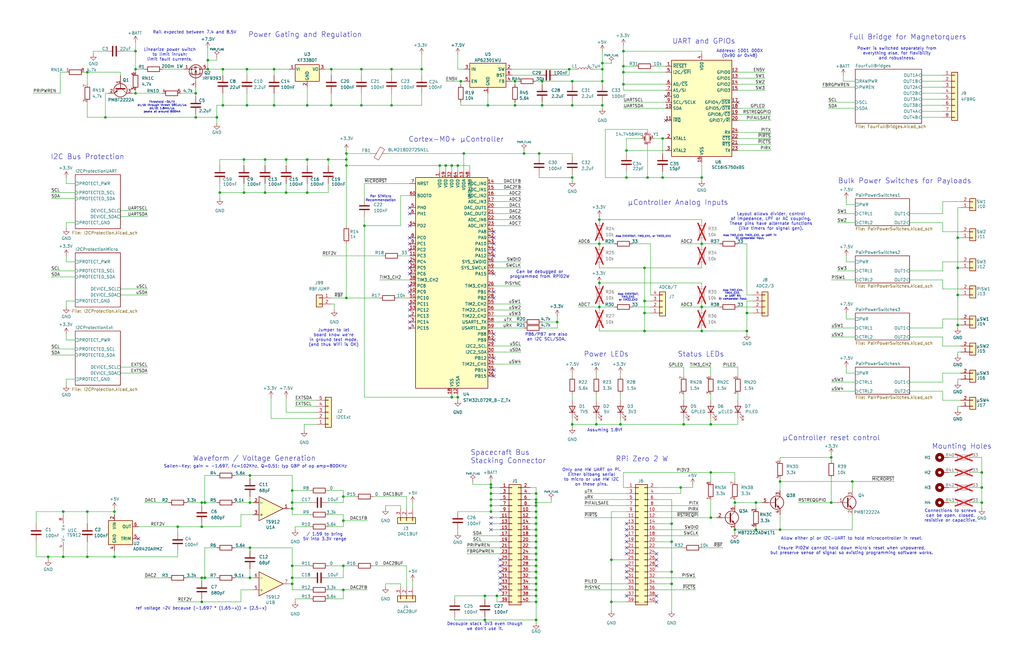
<source format=kicad_sch>
(kicad_sch (version 20231120) (generator "eeschema") (generator_version "8.0")
  (paper "B")
  (title_block (title "NyanSat Combined Payload Board") (company "Oakwood School") (comment 1 "All resistors 1% tol ") (comment 2 "All capacitors 15V rated ") (comment 3 "All capacitors on +7.5V or battery rail, 25V rated"))
  (junction (at 105.41 200.66))
  (junction (at 111.76 67.31))
  (junction (at 252.73 92.71))
  (junction (at 36.83 215.9))
  (junction (at 207.01 208.28))
  (junction (at 309.88 212.09))
  (junction (at 328.93 223.52))
  (junction (at 104.14 44.45))
  (junction (at 115.57 44.45))
  (junction (at 228.6 34.29))
  (junction (at 318.77 212.09))
  (junction (at 105.41 243.84))
  (junction (at 57.15 39.37))
  (junction (at 226.06 241.3))
  (junction (at 226.06 228.6))
  (junction (at 85.09 222.25))
  (junction (at 226.06 261.62))
  (junction (at 271.78 132.08))
  (junction (at 146.05 64.77))
  (junction (at 82.55 49.53))
  (junction (at 102.87 81.28))
  (junction (at 226.06 218.44))
  (junction (at 57.15 29.21))
  (junction (at 204.47 261.62))
  (junction (at 241.3 44.45))
  (junction (at 123.19 246.38))
  (junction (at 139.7 29.21))
  (junction (at 254 34.29))
  (junction (at 241.3 74.93))
  (junction (at 123.19 238.76))
  (junction (at 190.5 69.85))
  (junction (at 204.47 251.46))
  (junction (at 227.33 64.77))
  (junction (at 283.21 246.38))
  (junction (at 254 26.67))
  (junction (at 217.17 34.29))
  (junction (at 262.89 30.48))
  (junction (at 93.98 44.45))
  (junction (at 207.01 204.47))
  (junction (at 85.09 212.09))
  (junction (at 257.81 236.22))
  (junction (at 207.01 210.82))
  (junction (at 226.06 251.46))
  (junction (at 226.06 236.22))
  (junction (at 138.43 67.31))
  (junction (at 86.36 212.09))
  (junction (at 102.87 67.31))
  (junction (at 262.89 27.94))
  (junction (at 264.16 74.93))
  (junction (at 146.05 125.73))
  (junction (at 165.1 44.45))
  (junction (at 91.44 49.53))
  (junction (at 123.19 207.01))
  (junction (at 403.86 113.03))
  (junction (at 139.7 44.45))
  (junction (at 129.54 81.28))
  (junction (at 295.91 129.54))
  (junction (at 226.06 213.36))
  (junction (at 314.96 139.7))
  (junction (at 241.3 179.07))
  (junction (at 105.41 212.09))
  (junction (at 226.06 212.09))
  (junction (at 165.1 29.21))
  (junction (at 86.36 243.84))
  (junction (at 93.98 29.21))
  (junction (at 129.54 67.31))
  (junction (at 144.78 238.76))
  (junction (at 226.06 210.82))
  (junction (at 226.06 248.92))
  (junction (at 144.78 219.71))
  (junction (at 299.72 179.07))
  (junction (at 226.06 223.52))
  (junction (at 48.26 234.95))
  (junction (at 36.83 234.95))
  (junction (at 185.42 69.85))
  (junction (at 295.91 102.87))
  (junction (at 271.78 139.7))
  (junction (at 226.06 243.84))
  (junction (at 251.46 179.07))
  (junction (at 92.71 81.28))
  (junction (at 228.6 44.45))
  (junction (at 299.72 218.44))
  (junction (at 209.55 251.46))
  (junction (at 207.01 213.36))
  (junction (at 403.86 124.46))
  (junction (at 264.16 63.5))
  (junction (at 194.31 34.29))
  (junction (at 36.83 30.48))
  (junction (at 195.58 64.77))
  (junction (at 283.21 220.98))
  (junction (at 207.01 215.9))
  (junction (at 123.19 212.09))
  (junction (at 152.4 44.45))
  (junction (at 271.78 113.03))
  (junction (at 288.29 179.07))
  (junction (at 295.91 139.7))
  (junction (at 226.06 226.06))
  (junction (at 44.45 49.53))
  (junction (at 177.8 29.21))
  (junction (at 252.73 102.87))
  (junction (at 287.02 205.74))
  (junction (at 193.04 69.85))
  (junction (at 220.98 64.77))
  (junction (at 403.86 100.33))
  (junction (at 279.4 58.42))
  (junction (at 252.73 119.38))
  (junction (at 146.05 69.85))
  (junction (at 123.19 243.84))
  (junction (at 144.78 248.92))
  (junction (at 414.02 212.09))
  (junction (at 111.76 81.28))
  (junction (at 193.04 167.64))
  (junction (at 234.95 135.89))
  (junction (at 252.73 129.54))
  (junction (at 48.26 215.9))
  (junction (at 85.09 254))
  (junction (at 309.88 223.52))
  (junction (at 120.65 67.31))
  (junction (at 271.78 127))
  (junction (at 226.06 233.68))
  (junction (at 74.93 222.25))
  (junction (at 350.52 212.09))
  (junction (at 261.62 179.07))
  (junction (at 26.67 215.9))
  (junction (at 273.05 74.93))
  (junction (at 279.4 74.93))
  (junction (at 129.54 44.45))
  (junction (at 403.86 137.16))
  (junction (at 254 44.45))
  (junction (at 262.89 21.59))
  (junction (at 82.55 39.37))
  (junction (at 144.78 209.55))
  (junction (at 414.02 199.39))
  (junction (at 120.65 81.28))
  (junction (at 254 29.21))
  (junction (at 57.15 21.59))
  (junction (at 187.96 69.85))
  (junction (at 226.06 208.28))
  (junction (at 87.63 29.21))
  (junction (at 123.19 214.63))
  (junction (at 257.81 254))
  (junction (at 241.3 34.29))
  (junction (at 226.06 246.38))
  (junction (at 314.96 132.08))
  (junction (at 226.06 215.9))
  (junction (at 105.41 231.14))
  (junction (at 226.06 238.76))
  (junction (at 207.01 205.74))
  (junction (at 226.06 254))
  (junction (at 299.72 199.39))
  (junction (at 153.67 95.25))
  (junction (at 26.67 234.95))
  (junction (at 328.93 203.2))
  (junction (at 283.21 241.3))
  (junction (at 350.52 193.04))
  (junction (at 318.77 223.52))
  (junction (at 414.02 205.74))
  (junction (at 87.63 25.4))
  (junction (at 85.09 243.84))
  (junction (at 359.41 203.2))
  (junction (at 262.89 35.56))
  (junction (at 217.17 44.45))
  (junction (at 226.06 220.98))
  (junction (at 226.06 231.14))
  (junction (at 115.57 29.21))
  (junction (at 283.21 228.6))
  (junction (at 240.03 29.21))
  (junction (at 295.91 74.93))
  (junction (at 146.05 67.31))
  (junction (at 152.4 29.21))
  (junction (at 20.32 234.95))
  (junction (at 205.74 44.45))
  (junction (at 104.14 29.21))
  (junction (at 190.5 167.64))
  (no_connect (at 208.28 115.57))
  (no_connect (at 208.28 140.97))
  (no_connect (at 276.86 238.76))
  (no_connect (at 172.72 95.25))
  (no_connect (at 207.01 223.52))
  (no_connect (at 208.28 151.13))
  (no_connect (at 276.86 233.68))
  (no_connect (at 208.28 105.41))
  (no_connect (at 264.16 228.6))
  (no_connect (at 172.72 100.33))
  (no_connect (at 172.72 128.27))
  (no_connect (at 172.72 87.63))
  (no_connect (at 208.28 156.21))
  (no_connect (at 264.16 243.84))
  (no_connect (at 58.42 227.33))
  (no_connect (at 208.28 123.19))
  (no_connect (at 208.28 97.79))
  (no_connect (at 172.72 120.65))
  (no_connect (at 208.28 100.33))
  (no_connect (at 172.72 113.03))
  (no_connect (at 280.67 50.8))
  (no_connect (at 172.72 105.41))
  (no_connect (at 210.82 241.3))
  (no_connect (at 208.28 102.87))
  (no_connect (at 210.82 236.22))
  (no_connect (at 276.86 254))
  (no_connect (at 210.82 248.92))
  (no_connect (at 172.72 123.19))
  (no_connect (at 264.16 231.14))
  (no_connect (at 172.72 102.87))
  (no_connect (at 208.28 107.95))
  (no_connect (at 264.16 226.06))
  (no_connect (at 210.82 246.38))
  (no_connect (at 172.72 130.81))
  (no_connect (at 172.72 90.17))
  (no_connect (at 172.72 115.57))
  (no_connect (at 172.72 135.89))
  (no_connect (at 264.16 251.46))
  (no_connect (at 210.82 243.84))
  (no_connect (at 172.72 110.49))
  (no_connect (at 276.86 251.46))
  (no_connect (at 208.28 158.75))
  (no_connect (at 264.16 241.3))
  (no_connect (at 208.28 143.51))
  (no_connect (at 264.16 223.52))
  (no_connect (at 264.16 238.76))
  (no_connect (at 172.72 133.35))
  (no_connect (at 207.01 220.98))
  (no_connect (at 311.15 43.18))
  (no_connect (at 264.16 233.68))
  (no_connect (at 264.16 220.98))
  (no_connect (at 172.72 138.43))
  (no_connect (at 276.86 236.22))
  (no_connect (at 210.82 238.76))
  (no_connect (at 280.67 40.64))
  (no_connect (at 208.28 125.73))
  (no_connect (at 207.01 218.44))
  (wire (pts (xy 403.86 137.16) (xy 405.13 137.16)))
  (wire (pts (xy 187.96 69.85) (xy 190.5 69.85)))
  (wire (pts (xy 227.33 64.77) (xy 227.33 66.04)))
  (wire (pts (xy 146.05 102.87) (xy 146.05 125.73)))
  (wire (pts (xy 262.89 30.48) (xy 262.89 27.94)))
  (wire (pts (xy 208.28 82.55) (xy 219.71 82.55)))
  (wire (pts (xy 356.87 132.08) (xy 356.87 134.62)))
  (wire (pts (xy 27.94 127) (xy 31.75 127)))
  (wire (pts (xy 280.67 45.72) (xy 262.89 45.72)))
  (wire (pts (xy 383.54 90.17) (xy 397.51 90.17)))
  (wire (pts (xy 104.14 44.45) (xy 115.57 44.45)))
  (wire (pts (xy 356.87 154.94) (xy 356.87 157.48)))
  (wire (pts (xy 193.04 69.85) (xy 193.04 72.39)))
  (wire (pts (xy 273.05 74.93) (xy 279.4 74.93)))
  (wire (pts (xy 123.19 207.01) (xy 130.81 207.01)))
  (wire (pts (xy 153.67 77.47) (xy 172.72 77.47)))
  (wire (pts (xy 257.81 215.9) (xy 264.16 215.9)))
  (wire (pts (xy 388.62 39.37) (xy 397.51 39.37)))
  (wire (pts (xy 217.17 44.45) (xy 228.6 44.45)))
  (wire (pts (xy 168.91 213.36) (xy 168.91 214.63)))
  (wire (pts (xy 283.21 241.3) (xy 276.86 241.3)))
  (wire (pts (xy 403.86 171.45) (xy 405.13 171.45)))
  (wire (pts (xy 207.01 205.74) (xy 210.82 205.74)))
  (wire (pts (xy 397.51 165.1) (xy 383.54 165.1)))
  (wire (pts (xy 144.78 238.76) (xy 149.86 238.76)))
  (wire (pts (xy 27.94 74.93) (xy 27.94 77.47)))
  (wire (pts (xy 152.4 31.75) (xy 152.4 29.21)))
  (wire (pts (xy 288.29 176.53) (xy 288.29 179.07)))
  (wire (pts (xy 27.94 96.52) (xy 27.94 93.98)))
  (wire (pts (xy 311.15 30.48) (xy 322.58 30.48)))
  (wire (pts (xy 251.46 157.48) (xy 251.46 158.75)))
  (wire (pts (xy 350.52 142.24) (xy 360.68 142.24)))
  (wire (pts (xy 139.7 39.37) (xy 139.7 44.45)))
  (wire (pts (xy 144.78 209.55) (xy 149.86 209.55)))
  (wire (pts (xy 262.89 205.74) (xy 264.16 205.74)))
  (wire (pts (xy 99.06 243.84) (xy 105.41 243.84)))
  (wire (pts (xy 311.15 48.26) (xy 325.12 48.26)))
  (wire (pts (xy 139.7 29.21) (xy 139.7 31.75)))
  (wire (pts (xy 210.82 251.46) (xy 209.55 251.46)))
  (wire (pts (xy 165.1 29.21) (xy 152.4 29.21)))
  (wire (pts (xy 124.46 171.45) (xy 133.35 171.45)))
  (wire (pts (xy 283.21 257.81) (xy 283.21 246.38)))
  (wire (pts (xy 124.46 168.91) (xy 133.35 168.91)))
  (wire (pts (xy 50.8 154.94) (xy 62.23 154.94)))
  (wire (pts (xy 135.89 107.95) (xy 161.29 107.95)))
  (wire (pts (xy 280.67 35.56) (xy 262.89 35.56)))
  (wire (pts (xy 283.21 228.6) (xy 276.86 228.6)))
  (wire (pts (xy 153.67 91.44) (xy 153.67 95.25)))
  (wire (pts (xy 208.28 85.09) (xy 219.71 85.09)))
  (wire (pts (xy 280.67 30.48) (xy 262.89 30.48)))
  (wire (pts (xy 403.86 113.03) (xy 403.86 100.33)))
  (wire (pts (xy 223.52 241.3) (xy 226.06 241.3)))
  (wire (pts (xy 388.62 36.83) (xy 397.51 36.83)))
  (wire (pts (xy 218.44 34.29) (xy 217.17 34.29)))
  (wire (pts (xy 91.44 231.14) (xy 86.36 231.14)))
  (wire (pts (xy 241.3 166.37) (xy 241.3 168.91)))
  (wire (pts (xy 128.27 181.61) (xy 128.27 179.07)))
  (wire (pts (xy 243.84 102.87) (xy 252.73 102.87)))
  (wire (pts (xy 140.97 128.27) (xy 139.7 128.27)))
  (wire (pts (xy 271.78 113.03) (xy 295.91 113.03)))
  (wire (pts (xy 414.02 212.09) (xy 414.02 205.74)))
  (wire (pts (xy 226.06 220.98) (xy 226.06 223.52)))
  (wire (pts (xy 129.54 81.28) (xy 138.43 81.28)))
  (wire (pts (xy 208.28 110.49) (xy 219.71 110.49)))
  (wire (pts (xy 355.6 31.75) (xy 355.6 34.29)))
  (wire (pts (xy 276.86 226.06) (xy 294.64 226.06)))
  (wire (pts (xy 410.21 205.74) (xy 414.02 205.74)))
  (wire (pts (xy 58.42 222.25) (xy 74.93 222.25)))
  (wire (pts (xy 299.72 210.82) (xy 299.72 218.44)))
  (wire (pts (xy 403.86 124.46) (xy 403.86 137.16)))
  (wire (pts (xy 403.86 87.63) (xy 405.13 87.63)))
  (wire (pts (xy 123.19 212.09) (xy 123.19 214.63)))
  (wire (pts (xy 283.21 246.38) (xy 276.86 246.38)))
  (wire (pts (xy 311.15 50.8) (xy 325.12 50.8)))
  (wire (pts (xy 162.56 246.38) (xy 168.91 246.38)))
  (wire (pts (xy 234.95 31.75) (xy 240.03 31.75)))
  (wire (pts (xy 276.86 243.84) (xy 293.37 243.84)))
  (wire (pts (xy 92.71 81.28) (xy 92.71 83.82)))
  (wire (pts (xy 262.89 43.18) (xy 280.67 43.18)))
  (wire (pts (xy 246.38 208.28) (xy 264.16 208.28)))
  (wire (pts (xy 223.52 205.74) (xy 226.06 205.74)))
  (wire (pts (xy 123.19 246.38) (xy 121.92 246.38)))
  (wire (pts (xy 60.96 212.09) (xy 71.12 212.09)))
  (wire (pts (xy 314.96 139.7) (xy 314.96 140.97)))
  (wire (pts (xy 223.52 223.52) (xy 226.06 223.52)))
  (wire (pts (xy 195.58 64.77) (xy 195.58 72.39)))
  (wire (pts (xy 414.02 199.39) (xy 414.02 193.04)))
  (wire (pts (xy 219.71 92.71) (xy 208.28 92.71)))
  (wire (pts (xy 91.44 44.45) (xy 93.98 44.45)))
  (wire (pts (xy 123.19 231.14) (xy 123.19 238.76)))
  (wire (pts (xy 105.41 240.03) (xy 105.41 243.84)))
  (wire (pts (xy 353.06 93.98) (xy 360.68 93.98)))
  (wire (pts (xy 226.06 243.84) (xy 226.06 246.38)))
  (wire (pts (xy 207.01 213.36) (xy 207.01 215.9)))
  (wire (pts (xy 288.29 154.94) (xy 281.94 154.94)))
  (wire (pts (xy 25.4 30.48) (xy 27.94 30.48)))
  (wire (pts (xy 130.81 248.92) (xy 123.19 248.92)))
  (wire (pts (xy 223.52 233.68) (xy 226.06 233.68)))
  (wire (pts (xy 129.54 77.47) (xy 129.54 81.28)))
  (wire (pts (xy 168.91 82.55) (xy 168.91 95.25)))
  (wire (pts (xy 255.27 74.93) (xy 264.16 74.93)))
  (wire (pts (xy 223.52 236.22) (xy 226.06 236.22)))
  (wire (pts (xy 403.86 148.59) (xy 405.13 148.59)))
  (wire (pts (xy 92.71 77.47) (xy 92.71 81.28)))
  (wire (pts (xy 146.05 125.73) (xy 160.02 125.73)))
  (wire (pts (xy 21.59 116.84) (xy 31.75 116.84)))
  (wire (pts (xy 48.26 234.95) (xy 74.93 234.95)))
  (wire (pts (xy 85.09 243.84) (xy 86.36 243.84)))
  (wire (pts (xy 120.65 81.28) (xy 129.54 81.28)))
  (wire (pts (xy 232.41 212.09) (xy 226.06 212.09)))
  (wire (pts (xy 257.81 26.67) (xy 254 26.67)))
  (wire (pts (xy 194.31 43.18) (xy 194.31 44.45)))
  (wire (pts (xy 252.73 113.03) (xy 252.73 111.76)))
  (wire (pts (xy 91.44 49.53) (xy 82.55 49.53)))
  (wire (pts (xy 403.86 113.03) (xy 405.13 113.03)))
  (wire (pts (xy 120.65 67.31) (xy 129.54 67.31)))
  (wire (pts (xy 311.15 154.94) (xy 311.15 158.75)))
  (wire (pts (xy 82.55 36.83) (xy 82.55 39.37)))
  (wire (pts (xy 50.8 124.46) (xy 62.23 124.46)))
  (wire (pts (xy 146.05 67.31) (xy 146.05 69.85)))
  (wire (pts (xy 309.88 212.09) (xy 318.77 212.09)))
  (wire (pts (xy 208.28 77.47) (xy 219.71 77.47)))
  (wire (pts (xy 223.52 238.76) (xy 226.06 238.76)))
  (wire (pts (xy 349.25 45.72) (xy 360.68 45.72)))
  (wire (pts (xy 209.55 251.46) (xy 204.47 251.46)))
  (wire (pts (xy 194.31 34.29) (xy 195.58 34.29)))
  (wire (pts (xy 85.09 212.09) (xy 86.36 212.09)))
  (wire (pts (xy 388.62 49.53) (xy 397.51 49.53)))
  (wire (pts (xy 288.29 179.07) (xy 299.72 179.07)))
  (wire (pts (xy 299.72 199.39) (xy 309.88 199.39)))
  (wire (pts (xy 153.67 77.47) (xy 153.67 83.82)))
  (wire (pts (xy 397.51 134.62) (xy 405.13 134.62)))
  (wire (pts (xy 50.8 157.48) (xy 62.23 157.48)))
  (wire (pts (xy 138.43 207.01) (xy 144.78 207.01)))
  (wire (pts (xy 177.8 39.37) (xy 177.8 44.45)))
  (wire (pts (xy 243.84 129.54) (xy 252.73 129.54)))
  (wire (pts (xy 309.88 210.82) (xy 309.88 212.09)))
  (wire (pts (xy 205.74 44.45) (xy 205.74 39.37)))
  (wire (pts (xy 271.78 132.08) (xy 271.78 139.7)))
  (wire (pts (xy 295.91 74.93) (xy 295.91 76.2)))
  (wire (pts (xy 328.93 223.52) (xy 328.93 217.17)))
  (wire (pts (xy 299.72 179.07) (xy 311.15 179.07)))
  (wire (pts (xy 223.52 228.6) (xy 226.06 228.6)))
  (wire (pts (xy 295.91 22.86) (xy 295.91 21.59)))
  (wire (pts (xy 185.42 69.85) (xy 185.42 72.39)))
  (wire (pts (xy 191.77 251.46) (xy 191.77 252.73)))
  (wire (pts (xy 193.04 69.85) (xy 198.12 69.85)))
  (wire (pts (xy 295.91 102.87) (xy 295.91 104.14)))
  (wire (pts (xy 138.43 248.92) (xy 144.78 248.92)))
  (wire (pts (xy 254 35.56) (xy 254 34.29)))
  (wire (pts (xy 255.27 54.61) (xy 255.27 74.93)))
  (wire (pts (xy 377.19 203.2) (xy 359.41 203.2)))
  (wire (pts (xy 193.04 29.21) (xy 193.04 22.86)))
  (wire (pts (xy 403.86 171.45) (xy 403.86 172.72)))
  (wire (pts (xy 162.56 213.36) (xy 162.56 214.63)))
  (wire (pts (xy 276.86 231.14) (xy 288.29 231.14)))
  (wire (pts (xy 287.02 129.54) (xy 295.91 129.54)))
  (wire (pts (xy 226.06 261.62) (xy 226.06 262.89)))
  (wire (pts (xy 139.7 125.73) (xy 146.05 125.73)))
  (wire (pts (xy 168.91 107.95) (xy 172.72 107.95)))
  (wire (pts (xy 261.62 166.37) (xy 261.62 168.91)))
  (wire (pts (xy 226.06 231.14) (xy 226.06 233.68)))
  (wire (pts (xy 295.91 129.54) (xy 295.91 130.81)))
  (wire (pts (xy 240.03 31.75) (xy 240.03 29.21)))
  (wire (pts (xy 165.1 44.45) (xy 177.8 44.45)))
  (wire (pts (xy 55.88 39.37) (xy 57.15 39.37)))
  (wire (pts (xy 254 44.45) (xy 254 43.18)))
  (wire (pts (xy 105.41 200.66) (xy 123.19 200.66)))
  (wire (pts (xy 123.19 212.09) (xy 130.81 212.09)))
  (wire (pts (xy 36.83 215.9) (xy 48.26 215.9)))
  (wire (pts (xy 207.01 218.44) (xy 210.82 218.44)))
  (wire (pts (xy 261.62 176.53) (xy 261.62 179.07)))
  (wire (pts (xy 162.56 213.36) (xy 168.91 213.36)))
  (wire (pts (xy 353.06 90.17) (xy 360.68 90.17)))
  (wire (pts (xy 190.5 69.85) (xy 190.5 72.39)))
  (wire (pts (xy 208.28 135.89) (xy 220.98 135.89)))
  (wire (pts (xy 227.33 73.66) (xy 227.33 74.93)))
  (wire (pts (xy 101.6 248.92) (xy 101.6 254)))
  (wire (pts (xy 299.72 199.39) (xy 299.72 203.2)))
  (wire (pts (xy 217.17 34.29) (xy 217.17 35.56)))
  (wire (pts (xy 252.73 113.03) (xy 271.78 113.03)))
  (wire (pts (xy 93.98 31.75) (xy 93.98 29.21)))
  (wire (pts (xy 124.46 254) (xy 124.46 252.73)))
  (wire (pts (xy 171.45 238.76) (xy 157.48 238.76)))
  (wire (pts (xy 173.99 245.11) (xy 173.99 247.65)))
  (wire (pts (xy 264.16 63.5) (xy 264.16 64.77)))
  (wire (pts (xy 397.51 121.92) (xy 405.13 121.92)))
  (wire (pts (xy 99.06 231.14) (xy 105.41 231.14)))
  (wire (pts (xy 299.72 176.53) (xy 299.72 179.07)))
  (wire (pts (xy 85.09 252.73) (xy 85.09 254)))
  (wire (pts (xy 318.77 222.25) (xy 318.77 223.52)))
  (wire (pts (xy 36.83 215.9) (xy 26.67 215.9)))
  (wire (pts (xy 124.46 223.52) (xy 124.46 222.25)))
  (wire (pts (xy 210.82 254) (xy 209.55 254)))
  (wire (pts (xy 82.55 39.37) (xy 82.55 40.64)))
  (wire (pts (xy 223.52 254) (xy 226.06 254)))
  (wire (pts (xy 223.52 246.38) (xy 226.06 246.38)))
  (wire (pts (xy 207.01 208.28) (xy 207.01 210.82)))
  (wire (pts (xy 193.04 167.64) (xy 193.04 166.37)))
  (wire (pts (xy 57.15 17.78) (xy 57.15 21.59)))
  (wire (pts (xy 403.86 160.02) (xy 405.13 160.02)))
  (wire (pts (xy 207.01 210.82) (xy 210.82 210.82)))
  (wire (pts (xy 223.52 213.36) (xy 226.06 213.36)))
  (wire (pts (xy 350.52 193.04) (xy 350.52 194.31)))
  (wire (pts (xy 105.41 201.93) (xy 105.41 200.66)))
  (wire (pts (xy 279.4 58.42) (xy 279.4 64.77)))
  (wire (pts (xy 50.8 88.9) (xy 62.23 88.9)))
  (wire (pts (xy 123.19 243.84) (xy 123.19 246.38)))
  (wire (pts (xy 241.3 157.48) (xy 241.3 158.75)))
  (wire (pts (xy 314.96 132.08) (xy 314.96 139.7)))
  (wire (pts (xy 86.36 212.09) (xy 91.44 212.09)))
  (wire (pts (xy 91.44 200.66) (xy 86.36 200.66)))
  (wire (pts (xy 36.83 234.95) (xy 48.26 234.95)))
  (wire (pts (xy 165.1 39.37) (xy 165.1 44.45)))
  (wire (pts (xy 287.02 208.28) (xy 276.86 208.28)))
  (wire (pts (xy 226.06 254) (xy 226.06 261.62)))
  (wire (pts (xy 314.96 127) (xy 317.5 127)))
  (wire (pts (xy 234.95 135.89) (xy 234.95 138.43)))
  (wire (pts (xy 328.93 203.2) (xy 359.41 203.2)))
  (wire (pts (xy 228.6 43.18) (xy 228.6 44.45)))
  (wire (pts (xy 207.01 213.36) (xy 210.82 213.36)))
  (wire (pts (xy 105.41 232.41) (xy 105.41 231.14)))
  (wire (pts (xy 223.52 226.06) (xy 226.06 226.06)))
  (wire (pts (xy 397.51 114.3) (xy 397.51 110.49)))
  (wire (pts (xy 350.52 165.1) (xy 360.68 165.1)))
  (wire (pts (xy 252.73 129.54) (xy 259.08 129.54)))
  (wire (pts (xy 276.86 215.9) (xy 294.64 215.9)))
  (wire (pts (xy 57.15 29.21) (xy 57.15 30.48)))
  (wire (pts (xy 350.52 118.11) (xy 360.68 118.11)))
  (wire (pts (xy 261.62 179.07) (xy 288.29 179.07)))
  (wire (pts (xy 208.28 153.67) (xy 219.71 153.67)))
  (wire (pts (xy 104.14 29.21) (xy 104.14 31.75)))
  (wire (pts (xy 92.71 69.85) (xy 92.71 67.31)))
  (wire (pts (xy 226.06 223.52) (xy 226.06 226.06)))
  (wire (pts (xy 60.96 243.84) (xy 71.12 243.84)))
  (wire (pts (xy 400.05 212.09) (xy 402.59 212.09)))
  (wire (pts (xy 123.19 248.92) (xy 123.19 246.38)))
  (wire (pts (xy 138.43 77.47) (xy 138.43 81.28)))
  (wire (pts (xy 138.43 217.17) (xy 144.78 217.17)))
  (wire (pts (xy 190.5 69.85) (xy 193.04 69.85)))
  (wire (pts (xy 241.3 44.45) (xy 254 44.45)))
  (wire (pts (xy 78.74 212.09) (xy 85.09 212.09)))
  (wire (pts (xy 82.55 39.37) (xy 76.2 39.37)))
  (wire (pts (xy 241.3 43.18) (xy 241.3 44.45)))
  (wire (pts (xy 191.77 251.46) (xy 204.47 251.46)))
  (wire (pts (xy 241.3 179.07) (xy 251.46 179.07)))
  (wire (pts (xy 226.06 215.9) (xy 226.06 218.44)))
  (wire (pts (xy 193.04 167.64) (xy 193.04 168.91)))
  (wire (pts (xy 87.63 29.21) (xy 86.36 29.21)))
  (wire (pts (xy 152.4 39.37) (xy 152.4 44.45)))
  (wire (pts (xy 226.06 205.74) (xy 226.06 208.28)))
  (wire (pts (xy 228.6 34.29) (xy 228.6 35.56)))
  (wire (pts (xy 356.87 157.48) (xy 360.68 157.48)))
  (wire (pts (xy 208.28 146.05) (xy 219.71 146.05)))
  (wire (pts (xy 146.05 63.5) (xy 146.05 64.77)))
  (wire (pts (xy 48.26 215.9) (xy 48.26 217.17)))
  (wire (pts (xy 223.52 251.46) (xy 226.06 251.46)))
  (wire (pts (xy 309.88 223.52) (xy 318.77 223.52)))
  (wire (pts (xy 400.05 199.39) (xy 402.59 199.39)))
  (wire (pts (xy 295.91 102.87) (xy 303.53 102.87)))
  (wire (pts (xy 257.81 257.81) (xy 257.81 254)))
  (wire (pts (xy 388.62 44.45) (xy 397.51 44.45)))
  (wire (pts (xy 153.67 167.64) (xy 190.5 167.64)))
  (wire (pts (xy 171.45 209.55) (xy 171.45 214.63)))
  (wire (pts (xy 273.05 54.61) (xy 255.27 54.61)))
  (wire (pts (xy 299.72 166.37) (xy 299.72 168.91)))
  (wire (pts (xy 26.67 234.95) (xy 36.83 234.95)))
  (wire (pts (xy 252.73 119.38) (xy 252.73 120.65)))
  (wire (pts (xy 48.26 214.63) (xy 48.26 215.9)))
  (wire (pts (xy 93.98 44.45) (xy 104.14 44.45)))
  (wire (pts (xy 85.09 243.84) (xy 85.09 245.11)))
  (wire (pts (xy 138.43 69.85) (xy 138.43 67.31)))
  (wire (pts (xy 160.02 118.11) (xy 172.72 118.11)))
  (wire (pts (xy 328.93 223.52) (xy 359.41 223.52)))
  (wire (pts (xy 254 44.45) (xy 254 45.72)))
  (wire (pts (xy 217.17 43.18) (xy 217.17 44.45)))
  (wire (pts (xy 223.52 231.14) (xy 226.06 231.14)))
  (wire (pts (xy 318.77 212.09) (xy 321.31 212.09)))
  (wire (pts (xy 207.01 210.82) (xy 207.01 213.36)))
  (wire (pts (xy 410.21 212.09) (xy 414.02 212.09)))
  (wire (pts (xy 44.45 49.53) (xy 82.55 49.53)))
  (wire (pts (xy 27.94 129.54) (xy 27.94 127)))
  (wire (pts (xy 26.67 215.9) (xy 26.67 217.17)))
  (wire (pts (xy 350.52 193.04) (xy 328.93 193.04)))
  (wire (pts (xy 104.14 39.37) (xy 104.14 44.45)))
  (wire (pts (xy 36.83 43.18) (xy 36.83 49.53)))
  (wire (pts (xy 283.21 246.38) (xy 283.21 241.3)))
  (wire (pts (xy 36.83 30.48) (xy 50.8 30.48)))
  (wire (pts (xy 208.28 80.01) (xy 219.71 80.01)))
  (wire (pts (xy 397.51 97.79) (xy 405.13 97.79)))
  (wire (pts (xy 226.06 212.09) (xy 226.06 213.36)))
  (wire (pts (xy 314.96 124.46) (xy 317.5 124.46)))
  (wire (pts (xy 397.51 85.09) (xy 405.13 85.09)))
  (wire (pts (xy 283.21 228.6) (xy 283.21 220.98)))
  (wire (pts (xy 246.38 218.44) (xy 264.16 218.44)))
  (wire (pts (xy 383.54 138.43) (xy 397.51 138.43)))
  (wire (pts (xy 383.54 114.3) (xy 397.51 114.3)))
  (wire (pts (xy 196.85 233.68) (xy 210.82 233.68)))
  (wire (pts (xy 215.9 29.21) (xy 240.03 29.21)))
  (wire (pts (xy 15.24 215.9) (xy 26.67 215.9)))
  (wire (pts (xy 246.38 246.38) (xy 264.16 246.38)))
  (wire (pts (xy 85.09 212.09) (xy 85.09 213.36)))
  (wire (pts (xy 21.59 147.32) (xy 31.75 147.32)))
  (wire (pts (xy 99.06 200.66) (xy 105.41 200.66)))
  (wire (pts (xy 87.63 25.4) (xy 87.63 29.21)))
  (wire (pts (xy 209.55 254) (xy 209.55 251.46)))
  (wire (pts (xy 86.36 243.84) (xy 91.44 243.84)))
  (wire (pts (xy 228.6 44.45) (xy 241.3 44.45)))
  (wire (pts (xy 140.97 130.81) (xy 140.97 128.27)))
  (wire (pts (xy 120.65 69.85) (xy 120.65 67.31)))
  (wire (pts (xy 57.15 29.21) (xy 60.96 29.21)))
  (wire (pts (xy 273.05 54.61) (xy 273.05 55.88)))
  (wire (pts (xy 190.5 167.64) (xy 193.04 167.64)))
  (wire (pts (xy 105.41 209.55) (xy 105.41 212.09)))
  (wire (pts (xy 271.78 139.7) (xy 295.91 139.7)))
  (wire (pts (xy 146.05 69.85) (xy 146.05 95.25)))
  (wire (pts (xy 355.6 34.29) (xy 360.68 34.29)))
  (wire (pts (xy 165.1 31.75) (xy 165.1 29.21)))
  (wire (pts (xy 50.8 91.44) (xy 62.23 91.44)))
  (wire (pts (xy 111.76 77.47) (xy 111.76 81.28)))
  (wire (pts (xy 397.51 161.29) (xy 397.51 157.48)))
  (wire (pts (xy 287.02 205.74) (xy 287.02 208.28)))
  (wire (pts (xy 262.89 38.1) (xy 262.89 35.56)))
  (wire (pts (xy 204.47 251.46) (xy 204.47 252.73)))
  (wire (pts (xy 254 26.67) (xy 254 29.21)))
  (wire (pts (xy 223.52 248.92) (xy 226.06 248.92)))
  (wire (pts (xy 20.32 234.95) (xy 20.32 236.22)))
  (wire (pts (xy 78.74 243.84) (xy 85.09 243.84)))
  (wire (pts (xy 274.32 124.46) (xy 274.32 102.87)))
  (wire (pts (xy 86.36 200.66) (xy 86.36 212.09)))
  (wire (pts (xy 208.28 87.63) (xy 219.71 87.63)))
  (wire (pts (xy 350.52 212.09) (xy 351.79 212.09)))
  (wire (pts (xy 328.93 201.93) (xy 328.93 203.2)))
  (wire (pts (xy 295.91 113.03) (xy 295.91 111.76)))
  (wire (pts (xy 21.59 83.82) (xy 31.75 83.82)))
  (wire (pts (xy 295.91 231.14) (xy 304.8 231.14)))
  (wire (pts (xy 275.59 58.42) (xy 279.4 58.42)))
  (wire (pts (xy 208.28 148.59) (xy 219.71 148.59)))
  (wire (pts (xy 397.51 142.24) (xy 383.54 142.24)))
  (wire (pts (xy 262.89 35.56) (xy 262.89 30.48)))
  (wire (pts (xy 138.43 243.84) (xy 144.78 243.84)))
  (wire (pts (xy 403.86 148.59) (xy 403.86 149.86)))
  (wire (pts (xy 388.62 34.29) (xy 397.51 34.29)))
  (wire (pts (xy 226.06 228.6) (xy 226.06 231.14)))
  (wire (pts (xy 241.3 74.93) (xy 241.3 76.2)))
  (wire (pts (xy 104.14 29.21) (xy 115.57 29.21)))
  (wire (pts (xy 299.72 218.44) (xy 302.26 218.44)))
  (wire (pts (xy 93.98 29.21) (xy 104.14 29.21)))
  (wire (pts (xy 311.15 35.56) (xy 322.58 35.56)))
  (wire (pts (xy 279.4 74.93) (xy 295.91 74.93)))
  (wire (pts (xy 187.96 34.29) (xy 194.31 34.29)))
  (wire (pts (xy 314.96 102.87) (xy 314.96 124.46)))
  (wire (pts (xy 356.87 110.49) (xy 360.68 110.49)))
  (wire (pts (xy 144.78 207.01) (xy 144.78 209.55)))
  (wire (pts (xy 35.56 30.48) (xy 36.83 30.48)))
  (wire (pts (xy 223.52 208.28) (xy 226.06 208.28)))
  (wire (pts (xy 207.01 204.47) (xy 207.01 205.74)))
  (wire (pts (xy 397.51 138.43) (xy 397.51 134.62)))
  (wire (pts (xy 93.98 39.37) (xy 93.98 44.45)))
  (wire (pts (xy 264.16 248.92) (xy 246.38 248.92)))
  (wire (pts (xy 138.43 67.31) (xy 146.05 67.31)))
  (wire (pts (xy 397.51 157.48) (xy 405.13 157.48)))
  (wire (pts (xy 226.06 208.28) (xy 226.06 210.82)))
  (wire (pts (xy 171.45 209.55) (xy 157.48 209.55)))
  (wire (pts (xy 403.86 124.46) (xy 405.13 124.46)))
  (wire (pts (xy 152.4 44.45) (xy 165.1 44.45)))
  (wire (pts (xy 292.1 204.47) (xy 292.1 205.74)))
  (wire (pts (xy 91.44 25.4) (xy 91.44 24.13)))
  (wire (pts (xy 194.31 34.29) (xy 194.31 35.56)))
  (wire (pts (xy 120.65 173.99) (xy 120.65 167.64)))
  (wire (pts (xy 232.41 210.82) (xy 232.41 212.09)))
  (wire (pts (xy 105.41 212.09) (xy 106.68 212.09)))
  (wire (pts (xy 311.15 38.1) (xy 322.58 38.1)))
  (wire (pts (xy 36.83 30.48) (xy 36.83 35.56)))
  (wire (pts (xy 199.39 204.47) (xy 207.01 204.47)))
  (wire (pts (xy 204.47 261.62) (xy 226.06 261.62)))
  (wire (pts (xy 20.32 234.95) (xy 26.67 234.95)))
  (wire (pts (xy 328.93 193.04) (xy 328.93 194.31)))
  (wire (pts (xy 101.6 217.17) (xy 101.6 222.25)))
  (wire (pts (xy 44.45 39.37) (xy 45.72 39.37)))
  (wire (pts (xy 129.54 36.83) (xy 129.54 44.45)))
  (wire (pts (xy 273.05 60.96) (xy 273.05 74.93)))
  (wire (pts (xy 228.6 138.43) (xy 234.95 138.43)))
  (wire (pts (xy 204.47 261.62) (xy 204.47 260.35)))
  (wire (pts (xy 383.54 161.29) (xy 397.51 161.29)))
  (wire (pts (xy 288.29 154.94) (xy 288.29 158.75)))
  (wire (pts (xy 87.63 29.21) (xy 93.98 29.21)))
  (wire (pts (xy 106.68 217.17) (xy 101.6 217.17)))
  (wire (pts (xy 262.89 21.59) (xy 295.91 21.59)))
  (wire (pts (xy 299.72 154.94) (xy 290.83 154.94)))
  (wire (pts (xy 359.41 217.17) (xy 359.41 223.52)))
  (wire (pts (xy 208.28 128.27) (xy 219.71 128.27)))
  (wire (pts (xy 87.63 20.32) (xy 87.63 25.4)))
  (wire (pts (xy 241.3 176.53) (xy 241.3 179.07)))
  (wire (pts (xy 311.15 45.72) (xy 322.58 45.72)))
  (wire (pts (xy 193.04 223.52) (xy 193.04 224.79)))
  (wire (pts (xy 130.81 217.17) (xy 123.19 217.17)))
  (wire (pts (xy 241.3 66.04) (xy 241.3 64.77)))
  (wire (pts (xy 199.39 203.2) (xy 199.39 204.47)))
  (wire (pts (xy 252.73 139.7) (xy 271.78 139.7)))
  (wire (pts (xy 105.41 243.84) (xy 106.68 243.84)))
  (wire (pts (xy 85.09 220.98) (xy 85.09 222.25)))
  (wire (pts (xy 74.93 222.25) (xy 74.93 224.79)))
  (wire (pts (xy 215.9 34.29) (xy 217.17 34.29)))
  (wire (pts (xy 264.16 63.5) (xy 280.67 63.5)))
  (wire (pts (xy 91.44 49.53) (xy 91.44 52.07)))
  (wire (pts (xy 128.27 179.07) (xy 133.35 179.07)))
  (wire (pts (xy 252.73 91.44) (xy 252.73 92.71)))
  (wire (pts (xy 115.57 29.21) (xy 121.92 29.21)))
  (wire (pts (xy 274.32 127) (xy 271.78 127)))
  (wire (pts (xy 138.43 252.73) (xy 144.78 252.73)))
  (wire (pts (xy 252.73 92.71) (xy 295.91 92.71)))
  (wire (pts (xy 280.67 38.1) (xy 262.89 38.1)))
  (wire (pts (xy 207.01 223.52) (xy 210.82 223.52)))
  (wire (pts (xy 356.87 134.62) (xy 360.68 134.62)))
  (wire (pts (xy 252.73 129.54) (xy 252.73 130.81)))
  (wire (pts (xy 173.99 212.09) (xy 173.99 214.63)))
  (wire (pts (xy 388.62 31.75) (xy 397.51 31.75)))
  (wire (pts (xy 403.86 137.16) (xy 403.86 138.43)))
  (wire (pts (xy 165.1 29.21) (xy 177.8 29.21)))
  (wire (pts (xy 292.1 205.74) (xy 287.02 205.74)))
  (wire (pts (xy 52.07 21.59) (xy 57.15 21.59)))
  (wire (pts (xy 246.38 210.82) (xy 264.16 210.82)))
  (wire (pts (xy 208.28 90.17) (xy 219.71 90.17)))
  (wire (pts (xy 27.94 107.95) (xy 27.94 110.49)))
  (wire (pts (xy 106.68 248.92) (xy 101.6 248.92)))
  (wire (pts (xy 356.87 107.95) (xy 356.87 110.49)))
  (wire (pts (xy 215.9 31.75) (xy 227.33 31.75)))
  (wire (pts (xy 350.52 201.93) (xy 350.52 212.09)))
  (wire (pts (xy 254 21.59) (xy 254 26.67)))
  (wire (pts (xy 191.77 260.35) (xy 191.77 261.62)))
  (wire (pts (xy 129.54 69.85) (xy 129.54 67.31)))
  (wire (pts (xy 102.87 77.47) (xy 102.87 81.28)))
  (wire (pts (xy 223.52 210.82) (xy 226.06 210.82)))
  (wire (pts (xy 57.15 39.37) (xy 68.58 39.37)))
  (wire (pts (xy 167.64 125.73) (xy 172.72 125.73)))
  (wire (pts (xy 311.15 55.88) (xy 325.12 55.88)))
  (wire (pts (xy 414.02 214.63) (xy 414.02 212.09)))
  (wire (pts (xy 223.52 218.44) (xy 226.06 218.44)))
  (wire (pts (xy 207.01 208.28) (xy 210.82 208.28)))
  (wire (pts (xy 26.67 232.41) (xy 26.67 234.95)))
  (wire (pts (xy 414.02 193.04) (xy 410.21 193.04)))
  (wire (pts (xy 207.01 205.74) (xy 207.01 208.28)))
  (wire (pts (xy 199.39 226.06) (xy 210.82 226.06)))
  (wire (pts (xy 115.57 39.37) (xy 115.57 44.45)))
  (wire (pts (xy 48.26 232.41) (xy 48.26 234.95)))
  (wire (pts (xy 328.93 203.2) (xy 328.93 207.01)))
  (wire (pts (xy 105.41 231.14) (xy 123.19 231.14)))
  (wire (pts (xy 353.06 114.3) (xy 360.68 114.3)))
  (wire (pts (xy 400.05 193.04) (xy 402.59 193.04)))
  (wire (pts (xy 241.3 74.93) (xy 227.33 74.93)))
  (wire (pts (xy 311.15 102.87) (xy 314.96 102.87)))
  (wire (pts (xy 397.51 110.49) (xy 405.13 110.49)))
  (wire (pts (xy 74.93 222.25) (xy 85.09 222.25)))
  (wire (pts (xy 138.43 222.25) (xy 144.78 222.25)))
  (wire (pts (xy 226.06 233.68) (xy 226.06 236.22)))
  (wire (pts (xy 226.06 236.22) (xy 226.06 238.76)))
  (wire (pts (xy 241.3 34.29) (xy 254 34.29)))
  (wire (pts (xy 264.16 58.42) (xy 270.51 58.42)))
  (wire (pts (xy 162.56 246.38) (xy 162.56 247.65)))
  (wire (pts (xy 15.24 220.98) (xy 15.24 215.9)))
  (wire (pts (xy 264.16 72.39) (xy 264.16 74.93)))
  (wire (pts (xy 397.51 168.91) (xy 397.51 165.1)))
  (wire (pts (xy 208.28 113.03) (xy 219.71 113.03)))
  (wire (pts (xy 50.8 30.48) (xy 50.8 31.75)))
  (wire (pts (xy 226.06 246.38) (xy 226.06 248.92)))
  (wire (pts (xy 207.01 220.98) (xy 210.82 220.98)))
  (wire (pts (xy 262.89 199.39) (xy 299.72 199.39)))
  (wire (pts (xy 309.88 212.09) (xy 309.88 213.36)))
  (wire (pts (xy 283.21 241.3) (xy 283.21 228.6)))
  (wire (pts (xy 208.28 130.81) (xy 219.71 130.81)))
  (wire (pts (xy 85.09 254) (xy 101.6 254)))
  (wire (pts (xy 252.73 128.27) (xy 252.73 129.54)))
  (wire (pts (xy 283.21 220.98) (xy 276.86 220.98)))
  (wire (pts (xy 172.72 82.55) (xy 168.91 82.55)))
  (wire (pts (xy 123.19 214.63) (xy 121.92 214.63)))
  (wire (pts (xy 287.02 102.87) (xy 295.91 102.87)))
  (wire (pts (xy 271.78 132.08) (xy 274.32 132.08)))
  (wire (pts (xy 27.94 140.97) (xy 27.94 143.51)))
  (wire (pts (xy 228.6 34.29) (xy 241.3 34.29)))
  (wire (pts (xy 257.81 254) (xy 257.81 236.22)))
  (wire (pts (xy 279.4 58.42) (xy 280.67 58.42)))
  (wire (pts (xy 144.78 252.73) (xy 144.78 248.92)))
  (wire (pts (xy 207.01 215.9) (xy 210.82 215.9)))
  (wire (pts (xy 129.54 67.31) (xy 138.43 67.31)))
  (wire (pts (xy 397.51 118.11) (xy 383.54 118.11)))
  (wire (pts (xy 350.52 191.77) (xy 350.52 193.04)))
  (wire (pts (xy 82.55 48.26) (xy 82.55 49.53)))
  (wire (pts (xy 208.28 120.65) (xy 219.71 120.65)))
  (wire (pts (xy 111.76 69.85) (xy 111.76 67.31)))
  (wire (pts (xy 57.15 21.59) (xy 57.15 29.21)))
  (wire (pts (xy 295.91 92.71) (xy 295.91 93.98)))
  (wire (pts (xy 246.38 213.36) (xy 264.16 213.36)))
  (wire (pts (xy 309.88 199.39) (xy 309.88 203.2)))
  (wire (pts (xy 350.52 161.29) (xy 360.68 161.29)))
  (wire (pts (xy 223.52 243.84) (xy 226.06 243.84)))
  (wire (pts (xy 139.7 44.45) (xy 129.54 44.45)))
  (wire (pts (xy 208.28 95.25) (xy 219.71 95.25)))
  (wire (pts (xy 185.42 69.85) (xy 187.96 69.85)))
  (wire (pts (xy 138.43 238.76) (xy 144.78 238.76)))
  (wire (pts (xy 403.86 100.33) (xy 403.86 87.63)))
  (wire (pts (xy 241.3 73.66) (xy 241.3 74.93)))
  (wire (pts (xy 27.94 160.02) (xy 31.75 160.02)))
  (wire (pts (xy 138.43 212.09) (xy 144.78 212.09)))
  (wire (pts (xy 336.55 212.09) (xy 350.52 212.09)))
  (wire (pts (xy 168.91 246.38) (xy 168.91 247.65)))
  (wire (pts (xy 144.78 209.55) (xy 144.78 212.09)))
  (wire (pts (xy 226.06 218.44) (xy 226.06 220.98)))
  (wire (pts (xy 262.89 19.05) (xy 262.89 21.59)))
  (wire (pts (xy 226.06 248.92) (xy 226.06 251.46)))
  (wire (pts (xy 226.06 213.36) (xy 226.06 215.9)))
  (wire (pts (xy 99.06 212.09) (xy 105.41 212.09)))
  (wire (pts (xy 13.97 39.37) (xy 25.4 39.37)))
  (wire (pts (xy 257.81 254) (xy 264.16 254)))
  (wire (pts (xy 295.91 101.6) (xy 295.91 102.87)))
  (wire (pts (xy 144.78 222.25) (xy 144.78 219.71)))
  (wire (pts (xy 207.01 203.2) (xy 207.01 204.47)))
  (wire (pts (xy 276.86 213.36) (xy 294.64 213.36)))
  (wire (pts (xy 276.86 248.92) (xy 293.37 248.92)))
  (wire (pts (xy 295.91 68.58) (xy 295.91 74.93)))
  (wire (pts (xy 397.51 146.05) (xy 405.13 146.05)))
  (wire (pts (xy 414.02 205.74) (xy 414.02 199.39)))
  (wire (pts (xy 388.62 46.99) (xy 397.51 46.99)))
  (wire (pts (xy 190.5 167.64) (xy 190.5 166.37)))
  (wire (pts (xy 295.91 129.54) (xy 303.53 129.54)))
  (wire (pts (xy 123.19 217.17) (xy 123.19 214.63)))
  (wire (pts (xy 252.73 102.87) (xy 259.08 102.87)))
  (wire (pts (xy 21.59 114.3) (xy 31.75 114.3)))
  (wire (pts (xy 234.95 133.35) (xy 234.95 135.89)))
  (wire (pts (xy 153.67 95.25) (xy 168.91 95.25)))
  (wire (pts (xy 403.86 160.02) (xy 403.86 161.29)))
  (wire (pts (xy 311.15 129.54) (xy 317.5 129.54)))
  (wire (pts (xy 195.58 64.77) (xy 220.98 64.77)))
  (wire (pts (xy 264.16 58.42) (xy 264.16 63.5)))
  (wire (pts (xy 251.46 176.53) (xy 251.46 179.07)))
  (wire (pts (xy 397.51 93.98) (xy 383.54 93.98)))
  (wire (pts (xy 397.51 97.79) (xy 397.51 93.98)))
  (wire (pts (xy 275.59 27.94) (xy 280.67 27.94)))
  (wire (pts (xy 152.4 29.21) (xy 139.7 29.21)))
  (wire (pts (xy 360.68 43.18) (xy 349.25 43.18)))
  (wire (pts (xy 288.29 166.37) (xy 288.29 168.91)))
  (wire (pts (xy 177.8 31.75) (xy 177.8 29.21)))
  (wire (pts (xy 318.77 214.63) (xy 318.77 212.09)))
  (wire (pts (xy 262.89 27.94) (xy 267.97 27.94)))
  (wire (pts (xy 92.71 67.31) (xy 102.87 67.31)))
  (wire (pts (xy 314.96 139.7) (xy 295.91 139.7)))
  (wire (pts (xy 311.15 166.37) (xy 311.15 168.91)))
  (wire (pts (xy 252.73 101.6) (xy 252.73 102.87)))
  (wire (pts (xy 271.78 127) (xy 271.78 132.08)))
  (wire (pts (xy 264.16 74.93) (xy 273.05 74.93)))
  (wire (pts (xy 397.51 90.17) (xy 397.51 85.09)))
  (wire (pts (xy 241.3 35.56) (xy 241.3 34.29)))
  (wire (pts (xy 123.19 238.76) (xy 130.81 238.76)))
  (wire (pts (xy 111.76 81.28) (xy 102.87 81.28)))
  (wire (pts (xy 123.19 238.76) (xy 123.19 243.84)))
  (wire (pts (xy 36.83 215.9) (xy 36.83 220.98)))
  (wire (pts (xy 199.39 228.6) (xy 210.82 228.6)))
  (wire (pts (xy 257.81 236.22) (xy 264.16 236.22)))
  (wire (pts (xy 295.91 139.7) (xy 295.91 138.43)))
  (wire (pts (xy 208.28 138.43) (xy 220.98 138.43)))
  (wire (pts (xy 279.4 72.39) (xy 279.4 74.93)))
  (wire (pts (xy 15.24 234.95) (xy 15.24 228.6)))
  (wire (pts (xy 311.15 33.02) (xy 322.58 33.02)))
  (wire (pts (xy 252.73 102.87) (xy 252.73 104.14)))
  (wire (pts (xy 153.67 95.25) (xy 153.67 167.64)))
  (wire (pts (xy 271.78 113.03) (xy 271.78 127)))
  (wire (pts (xy 266.7 129.54) (xy 274.32 129.54)))
  (wire (pts (xy 144.78 219.71) (xy 154.94 219.71)))
  (wire (pts (xy 311.15 58.42) (xy 325.12 58.42)))
  (wire (pts (xy 85.09 222.25) (xy 101.6 222.25)))
  (wire (pts (xy 68.58 29.21) (xy 77.47 29.21)))
  (wire (pts (xy 123.19 207.01) (xy 123.19 212.09)))
  (wire (pts (xy 254 29.21) (xy 250.19 29.21)))
  (wire (pts (xy 299.72 154.94) (xy 299.72 158.75)))
  (wire (pts (xy 193.04 29.21) (xy 195.58 29.21)))
  (wire (pts (xy 205.74 44.45) (xy 217.17 44.45)))
  (wire (pts (xy 196.85 231.14) (xy 210.82 231.14)))
  (wire (pts (xy 114.3 167.64) (xy 114.3 176.53)))
  (wire (pts (xy 208.28 133.35) (xy 219.71 133.35)))
  (wire (pts (xy 318.77 223.52) (xy 328.93 223.52)))
  (wire (pts (xy 25.4 39.37) (xy 25.4 30.48)))
  (wire (pts (xy 240.03 29.21) (xy 242.57 29.21)))
  (wire (pts (xy 27.94 93.98) (xy 31.75 93.98)))
  (wire (pts (xy 276.86 218.44) (xy 299.72 218.44)))
  (wire (pts (xy 254 29.21) (xy 254 34.29)))
  (wire (pts (xy 74.93 254) (xy 85.09 254)))
  (wire (pts (xy 123.19 200.66) (xy 123.19 207.01)))
  (wire (pts (xy 226.06 34.29) (xy 228.6 34.29)))
  (wire (pts (xy 356.87 86.36) (xy 360.68 86.36)))
  (wire (pts (xy 359.41 203.2) (xy 359.41 207.01)))
  (wire (pts (xy 241.3 64.77) (xy 227.33 64.77)))
  (wire (pts (xy 276.86 205.74) (xy 287.02 205.74)))
  (wire (pts (xy 27.94 143.51) (xy 31.75 143.51)))
  (wire (pts (xy 311.15 60.96) (xy 325.12 60.96)))
  (wire (pts (xy 87.63 25.4) (xy 91.44 25.4)))
  (wire (pts (xy 261.62 157.48) (xy 261.62 158.75)))
  (wire (pts (xy 123.19 243.84) (xy 130.81 243.84)))
  (wire (pts (xy 152.4 44.45) (xy 139.7 44.45)))
  (wire (pts (xy 400.05 205.74) (xy 402.59 205.74)))
  (wire (pts (xy 226.06 210.82) (xy 226.06 212.09)))
  (wire (pts (xy 356.87 83.82) (xy 356.87 86.36)))
  (wire (pts (xy 252.73 119.38) (xy 295.91 119.38)))
  (wire (pts (xy 177.8 22.86) (xy 177.8 29.21)))
  (wire (pts (xy 226.06 251.46) (xy 226.06 254)))
  (wire (pts (xy 146.05 64.77) (xy 156.21 64.77)))
  (wire (pts (xy 198.12 69.85) (xy 198.12 72.39)))
  (wire (pts (xy 91.44 49.53) (xy 91.44 44.45)))
  (wire (pts (xy 50.8 121.92) (xy 62.23 121.92)))
  (wire (pts (xy 350.52 138.43) (xy 360.68 138.43)))
  (wire (pts (xy 21.59 81.28) (xy 31.75 81.28)))
  (wire (pts (xy 115.57 44.45) (xy 129.54 44.45)))
  (wire (pts (xy 36.83 228.6) (xy 36.83 234.95)))
  (wire (pts (xy 223.52 220.98) (xy 226.06 220.98)))
  (wire (pts (xy 191.77 261.62) (xy 204.47 261.62)))
  (wire (pts (xy 262.89 199.39) (xy 262.89 205.74)))
  (wire (pts (xy 220.98 64.77) (xy 227.33 64.77)))
  (wire (pts (xy 144.78 238.76) (xy 144.78 243.84)))
  (wire (pts (xy 74.93 234.95) (xy 74.93 232.41)))
  (wire (pts (xy 193.04 215.9) (xy 207.01 215.9)))
  (wire (pts (xy 276.86 223.52) (xy 294.64 223.52)))
  (wire (pts (xy 111.76 67.31) (xy 102.87 67.31)))
  (wire (pts (xy 252.73 92.71) (xy 252.73 93.98)))
  (wire (pts (xy 251.46 166.37) (xy 251.46 168.91)))
  (wire (pts (xy 57.15 39.37) (xy 57.15 38.1)))
  (wire (pts (xy 115.57 29.21) (xy 115.57 31.75)))
  (wire (pts (xy 346.71 36.83) (xy 360.68 36.83)))
  (wire (pts (xy 111.76 67.31) (xy 120.65 67.31)))
  (wire (pts (xy 44.45 49.53) (xy 36.83 49.53)))
  (wire (pts (xy 15.24 234.95) (xy 20.32 234.95)))
  (wire (pts (xy 309.88 223.52) (xy 309.88 224.79)))
  (wire (pts (xy 102.87 67.31) (xy 102.87 69.85)))
  (wire (pts (xy 226.06 238.76) (xy 226.06 241.3)))
  (wire (pts (xy 44.45 39.37) (xy 44.45 49.53)))
  (wire (pts (xy 114.3 176.53) (xy 133.35 176.53)))
  (wire (pts (xy 163.83 64.77) (xy 195.58 64.77)))
  (wire (pts (xy 252.73 139.7) (xy 252.73 138.43)))
  (wire (pts (xy 295.91 128.27) (xy 295.91 129.54)))
  (wire (pts (xy 283.21 220.98) (xy 283.21 210.82)))
  (wire (pts (xy 21.59 149.86) (xy 31.75 149.86)))
  (wire (pts (xy 283.21 210.82) (xy 276.86 210.82)))
  (wire (pts (xy 262.89 27.94) (xy 262.89 21.59)))
  (wire (pts (xy 124.46 222.25) (xy 130.81 222.25)))
  (wire (pts (xy 388.62 41.91) (xy 397.51 41.91)))
  (wire (pts (xy 86.36 231.14) (xy 86.36 243.84)))
  (wire (pts (xy 27.94 77.47) (xy 31.75 77.47)))
  (wire (pts (xy 397.51 121.92) (xy 397.51 118.11)))
  (wire (pts (xy 220.98 63.5) (xy 220.98 64.77)))
  (wire (pts (xy 39.37 21.59) (xy 39.37 22.86)))
  (wire (pts (xy 397.51 146.05) (xy 397.51 142.24)))
  (wire (pts (xy 241.3 179.07) (xy 241.3 180.34)))
  (wire (pts (xy 410.21 199.39) (xy 414.02 199.39)))
  (wire (pts (xy 44.45 21.59) (xy 39.37 21.59)))
  (wire (pts (xy 27.94 110.49) (xy 31.75 110.49)))
  (wire (pts (xy 146.05 64.77) (xy 146.05 67.31)))
  (wire (pts (xy 124.46 252.73) (xy 130.81 252.73)))
  (wire (pts (xy 403.86 100.33) (xy 405.13 100.33)))
  (wire (pts (xy 403.86 113.03) (xy 403.86 124.46)))
  (wire (pts (xy 397.51 168.91) (xy 405.13 168.91)))
  (wire (pts (xy 266.7 102.87) (xy 274.32 102.87)))
  (wire (pts (xy 257.81 236.22) (xy 257.81 215.9)))
  (wire (pts (xy 228.6 135.89) (xy 234.95 135.89)))
  (wire (pts (xy 92.71 81.28) (xy 102.87 81.28)))
  (wire (pts (xy 226.06 226.06) (xy 226.06 228.6)))
  (wire (pts (xy 311.15 63.5) (xy 325.12 63.5)))
  (wire (pts (xy 314.96 132.08) (xy 317.5 132.08)))
  (wire (pts (xy 194.31 44.45) (xy 205.74 44.45)))
  (wire (pts (xy 111.76 81.28) (xy 120.65 81.28)))
  (wire (pts (xy 144.78 248.92) (xy 154.94 248.92)))
  (wire (pts (xy 146.05 69.85) (xy 185.42 69.85)))
  (wire (pts (xy 223.52 215.9) (xy 226.06 215.9)))
  (wire (pts (xy 295.91 119.38) (xy 295.91 120.65)))
  (wire (pts (xy 27.94 162.56) (xy 27.94 160.02)))
  (wire (pts (xy 311.15 176.53) (xy 311.15 179.07)))
  (wire (pts (xy 311.15 154.94) (xy 304.8 154.94)))
  (wire (pts (xy 133.35 173.99) (xy 120.65 173.99)))
  (wire (pts (xy 261.62 179.07) (xy 251.46 179.07)))
  (wire (pts (xy 187.96 69.85) (xy 187.96 72.39)))
  (wire (pts (xy 314.96 127) (xy 314.96 132.08)))
  (wire (pts (xy 137.16 29.21) (xy 139.7 29.21)))
  (wire (pts (xy 144.78 219.71) (xy 144.78 217.17)))
  (wire (pts (xy 120.65 77.47) (xy 120.65 81.28)))
  (wire (pts (xy 171.45 238.76) (xy 171.45 247.65)))
  (wire (pts (xy 226.06 241.3) (xy 226.06 243.84)))
  (text "Also TIM2_CH3, TIM21_CH1, or UART TX\nOr comparator input." (at 316.23 100.076 0) (effects (font (size 0.75 0.75))))
  (text "Bulk Power Switches for Payloads" (at 381.508 77.724 0) (effects (font (size 2.159 2.159)) (justify bottom)))
  (text "Connections to screws\ncan be open, closed,\nresistive or capacitive." (at 400.812 217.678 0) (effects (font (size 1.27 1.27))))
  (text "μController Analog Inputs" (at 264.668 86.868 0) (effects (font (size 2.159 2.159)) (justify left bottom)))
  (text "Power LEDs" (at 246.126 150.876 0) (effects (font (size 2.159 2.159)) (justify left bottom)))
  (text "Can be debugged or\nprogrammed from RPi02W" (at 227.584 115.824 0) (effects (font (size 1.27 1.27))))
  (text "Allow either pi or I2C-UART to hold microcontroller in reset.\n\nEnsure PI02W cannot hold down micro's reset when unpowered,\nbut preserve sense of signal so existing programming software works." (at 359.156 230.378 0) (effects (font (size 1.27 1.27))))
  (text "Threshold ~3A/V;\ndv/dt through thresh 591uV/us\ndA/dt 1.8mA/us\npeaks at around 800mA" (at 68.326 45.212 0) (effects (font (size 0.85 0.85))))
  (text "Only one HW UART on Pi.\nEither bitbang serial\nto micro or use HW I2C\non these pins." (at 249.428 201.422 0) (effects (font (size 1.27 1.27))))
  (text "Decouple stack 3V3 even though\nwe don't use it." (at 204.47 264.414 0) (effects (font (size 1.27 1.27))))
  (text "Power Gating and Regulation" (at 104.648 16.002 0) (effects (font (size 2.159 2.159)) (justify left bottom)))
  (text "ref voltage ~2V because (-1.697 * (1.65-x)) = (2.5-x)" (at 84.836 256.794 0) (effects (font (size 1.27 1.27))))
  (text "PB6/PB7 are also\nan I2C SCL/SDA." (at 230.378 142.24 0) (effects (font (size 1.27 1.27))))
  (text "Also TIM2_CH4,\nTIM21_CH2, \nor UART RX;\nOr comparator input." (at 309.118 124.46 0) (effects (font (size 0.75 0.75))))
  (text "Rail expected between 7.4 and 8.5V" (at 82.042 13.716 0) (effects (font (size 1.27 1.27))))
  (text "Power is switched separately from\neverything else, for flexibility\nand robustness." (at 378.206 22.606 0) (effects (font (size 1.27 1.27))))
  (text "Mounting Holes" (at 392.938 189.738 0) (effects (font (size 2.159 2.159)) (justify left bottom)))
  (text "μController reset control" (at 329.946 186.182 0) (effects (font (size 2.159 2.159)) (justify left bottom)))
  (text "Sallen-Key; gain = -1.697, Fc=102Khz, Q=0.51; typ GBP of op amp=800KHz" (at 107.696 196.85 0) (effects (font (size 1.27 1.27))))
  (text "RPi Zero 2 W" (at 259.588 195.072 0) (effects (font (size 2.159 2.159)) (justify left bottom)))
  (text "Assuming 1.8Vf" (at 255.016 181.61 0) (effects (font (size 1.27 1.27))))
  (text "Also EVENTOUT,\nTIM3_CH2,\nor TIM22_CH2" (at 264.922 125.476 0) (effects (font (size 0.75 0.75))))
  (text "Layout allows divider, control\nof impedance, LPF or AC coupling.\nThese pins have alternate functions\n(like timers for signal gen)." (at 325.12 93.472 0) (effects (font (size 1.27 1.27))))
  (text "Address: 1001 000X\n(0x90 or 0x48)" (at 311.912 22.606 0) (effects (font (size 1.27 1.27))))
  (text "Status LEDs\n" (at 285.75 150.876 0) (effects (font (size 2.159 2.159)) (justify left bottom)))
  (text "UART and GPIOs" (at 283.464 18.796 0) (effects (font (size 2.159 2.159)) (justify left bottom)))
  (text "Linearize power switch\nto limit inrush;\nlimit fault currents." (at 71.628 23.114 0) (effects (font (size 1.27 1.27))))
  (text "Jumper to let\nboard know we're\nin ground test mode.\n(and thus WiFi is OK)" (at 140.716 142.494 0) (effects (font (size 1.27 1.27))))
  (text "Per STMicro\nRecommendation" (at 160.528 83.82 0) (effects (font (size 1 1))))
  (text "/ 1.59 to bring\n5V into 3.3V range" (at 136.906 226.568 0) (effects (font (size 1.27 1.27))))
  (text "Spacecraft Bus\nStacking Connector" (at 198.374 195.834 0) (effects (font (size 2.159 2.159)) (justify left bottom)))
  (text "Also EVENTOUT, TIM3_CH1, or TIM22_CH1" (at 271.272 99.822 0) (effects (font (size 0.75 0.75))))
  (text "Waveform / Voltage Generation" (at 81.28 194.818 0) (effects (font (size 2.159 2.159)) (justify left bottom)))
  (text "Cortex-M0+ μController" (at 172.212 60.198 0) (effects (font (size 2.159 2.159)) (justify left bottom)))
  (text "Full Bridge for Magnetorquers" (at 382.778 17.018 0) (effects (font (size 2.159 2.159)) (justify bottom)))
  (text "I2C Bus Protection" (at 21.336 67.564 0) (effects (font (size 2.159 2.159)) (justify left bottom)))
  (label "~{RBF}" (at 304.8 231.14 180))
  (label "PISW1" (at 350.52 118.11 0))
  (label "PITX" (at 325.12 55.88 180))
  (label "ADC3" (at 287.02 129.54 0))
  (label "SCL" (at 21.59 81.28 0))
  (label "FBRGPWREN" (at 346.71 36.83 0))
  (label "uSW2" (at 219.71 130.81 180))
  (label "uSW2" (at 350.52 142.24 0))
  (label "~{PICTS}" (at 325.12 60.96 180))
  (label "uSW4" (at 350.52 165.1 0))
  (label "uSDA" (at 62.23 124.46 180))
  (label "DAC2" (at 60.96 243.84 0))
  (label "SDA" (at 21.59 83.82 0))
  (label "~{RSTREQPI}" (at 294.64 218.44 180))
  (label "PILED" (at 304.8 154.94 0))
  (label "PI3V3" (at 290.83 199.39 180))
  (label "EXTSDA" (at 62.23 157.48 180))
  (label "FBRGPWREN" (at 196.85 233.68 0))
  (label "SWDIO" (at 219.71 110.49 180))
  (label "ADC3" (at 219.71 85.09 180))
  (label "UARTSCL" (at 62.23 88.9 180))
  (label "uRX" (at 246.38 210.82 0))
  (label "EN5V" (at 322.58 30.48 180))
  (label "SCL" (at 349.25 43.18 0))
  (label "~{RBF}" (at 144.78 125.73 180))
  (label "RSTREQGPIO" (at 325.12 48.26 180))
  (label "uSW3" (at 350.52 161.29 0))
  (label "PILED" (at 246.38 246.38 0))
  (label "SW3" (at 353.06 114.3 0))
  (label "DAC1" (at 60.96 212.09 0))
  (label "SWDIO" (at 294.64 223.52 180))
  (label "GPLED" (at 281.94 154.94 0))
  (label "ADC6" (at 219.71 92.71 180))
  (label "~{PICTS}" (at 293.37 248.92 180))
  (label "PRIPWREN" (at 196.85 231.14 0))
  (label "PISYNC" (at 246.38 248.92 0))
  (label "uTX" (at 246.38 208.28 0))
  (label "PISYNC" (at 219.71 120.65 180))
  (label "SDA" (at 21.59 149.86 0))
  (label "SCL" (at 21.59 114.3 0))
  (label "SW2" (at 353.06 93.98 0))
  (label "SDA" (at 199.39 226.06 0))
  (label "DAC1FB" (at 154.94 219.71 180))
  (label "DAC2BUF" (at 170.18 238.76 180))
  (label "ADC7" (at 219.71 95.25 180))
  (label "EXTSDA" (at 124.46 168.91 0))
  (label "TIM3_CH2" (at 290.83 154.94 0))
  (label "EXTSCL" (at 62.23 154.94 180))
  (label "GPLED" (at 322.58 45.72 180))
  (label "DAC1BUF" (at 170.18 209.55 180))
  (label "ADC6" (at 243.84 102.87 0))
  (label "SW3" (at 322.58 38.1 180))
  (label "uSW1" (at 219.71 128.27 180))
  (label "ADC7" (at 243.84 129.54 0))
  (label "SCL" (at 21.59 147.32 0))
  (label "uSCL" (at 62.23 121.92 180))
  (label "PIFAILSAFE" (at 246.38 213.36 0))
  (label "EN5V" (at 187.96 34.29 0))
  (label "UARTSDA" (at 62.23 91.44 180))
  (label "ADC2" (at 219.71 82.55 180))
  (label "SW2" (at 322.58 35.56 180))
  (label "RSTREQGPIO" (at 336.55 212.09 0))
  (label "DAC2FB" (at 154.94 248.92 180))
  (label "UARTSCL" (at 262.89 43.18 0))
  (label "SWCLK" (at 294.64 226.06 180))
  (label "PRIPWREN" (at 13.97 39.37 0))
  (label "TIM3_CH2" (at 160.02 118.11 0))
  (label "DAC2" (at 219.71 90.17 180))
  (label "~{PIRTS}" (at 325.12 58.42 180))
  (label "SWCLK" (at 219.71 113.03 180))
  (label "uTX" (at 215.9 135.89 180))
  (label "uSCL" (at 219.71 146.05 180))
  (label "ADC2" (at 287.02 102.87 0))
  (label "UARTSDA" (at 262.89 45.72 0))
  (label "REF2V" (at 74.93 254 0))
  (label "~{MICRORST}" (at 377.19 203.2 180))
  (label "PIFAILSAFE" (at 325.12 50.8 180))
  (label "DAC2FB" (at 219.71 80.01 180))
  (label "PIRX" (at 325.12 63.5 180))
  (label "REF2V" (at 135.89 107.95 0))
  (label "EXTSCL" (at 124.46 171.45 0))
  (label "PISW1" (at 293.37 243.84 180))
  (label "~{PIRTS}" (at 246.38 218.44 0))
  (label "uSW1" (at 350.52 138.43 0))
  (label "PIRX" (at 294.64 215.9 180))
  (label "PITX" (at 294.64 213.36 180))
  (label "SDA" (at 21.59 116.84 0))
  (label "uSW3" (at 219.71 133.35 180))
  (label "uRX" (at 215.9 138.43 180))
  (label "DAC1" (at 219.71 87.63 180))
  (label "SDA" (at 349.25 45.72 0))
  (label "~{MICRORST}" (at 153.67 77.47 0))
  (label "DAC1FB" (at 219.71 77.47 180))
  (label "uSW4" (at 219.71 153.67 180))
  (label "SW1" (at 353.06 90.17 0))
  (label "REF2V" (at 63.5 222.25 0))
  (label "SCL" (at 199.39 228.6 0))
  (label "SW1" (at 322.58 33.02 180))
  (label "uSDA" (at 219.71 148.59 180))
  (symbol (lib_id "Device:C") (at 193.04 219.71 0) (unit 1)
    (property "Reference" "C26" (at 196.85 218.4399 0) (effects (justify left)))
    (property "Value" "100nF" (at 196.85 220.9799 0) (effects (justify left)))
    (property "Footprint" "Capacitor_SMD:C_0603_1608Metric" (effects (hide yes)))
    (property "Description" "Unpolarized capacitor" (effects (hide yes)))
  )
  (symbol (lib_id "power:+3.3V") (at 261.62 157.48 0) (unit 1)
    (property "Reference" "#PWR041" (effects (hide yes)))
    (property "Value" "+3.3V" (at 261.112 153.67 0))
    (property "Description" "Power symbol creates a global label with name \"+3.3V\"" (effects (hide yes)))
  )
  (symbol (lib_id "Device:R") (at 222.25 34.29 90) (unit 1)
    (property "Reference" "R44" (at 217.678 33.274 90))
    (property "Value" "30k" (at 227.838 33.274 90))
    (property "Footprint" "Resistor_SMD:R_0603_1608Metric" (effects (hide yes)))
    (property "Description" "Resistor" (effects (hide yes)))
  )
  (symbol (lib_id "Device:C") (at 204.47 256.54 0) (unit 1)
    (property "Reference" "C27" (at 208.28 255.778 0) (effects (justify left)))
    (property "Value" "100nF" (at 208.28 258.318 0) (effects (justify left)))
    (property "Footprint" "Capacitor_SMD:C_0603_1608Metric" (effects (hide yes)))
    (property "Description" "Unpolarized capacitor" (effects (hide yes)))
  )
  (symbol (lib_id "Connector_Generic:Conn_01x02") (at 410.21 87.63 0) (mirror x) (unit 1)
    (property "Reference" "J10" (at 411.988 87.122 0) (effects (justify left)))
    (property "Value" "SW1" (at 411.734 85.09 0) (effects (justify left)))
    (property "Footprint" "Connector_JST:JST_PH_B2B-PH-K_1x02_P2.00mm_Vertical" (effects (hide yes)))
    (property "Description" "Generic connector, single row, 01x02, script generated (kicad-library-utils/schlib/autogen/connector/)" (effects (hide yes)))
  )
  (symbol (lib_id "Device:C") (at 15.24 224.79 0) (unit 1)
    (property "Reference" "C1" (at 19.05 223.5199 0) (effects (justify left)))
    (property "Value" "100nF" (at 19.05 226.0599 0) (effects (justify left)))
    (property "Footprint" "Capacitor_SMD:C_0603_1608Metric" (effects (hide yes)))
    (property "Description" "Unpolarized capacitor" (effects (hide yes)))
  )
  (symbol (lib_id "Device:C") (at 165.1 35.56 0) (unit 1)
    (property "Reference" "C23" (at 168.91 34.2899 0) (effects (justify left)))
    (property "Value" "100nF" (at 168.91 36.8299 0) (effects (justify left)))
    (property "Footprint" "Capacitor_SMD:C_0603_1608Metric" (effects (hide yes)))
    (property "Description" "Unpolarized capacitor" (effects (hide yes)))
  )
  (symbol (lib_id "MCU_ST_STM32L0:STM32L072R_B-Z_Tx") (at 190.5 120.65 0) (unit 1)
    (property "Reference" "U4" (at 195.2341 166.37 0) (effects (justify left)))
    (property "Value" "STM32L072R_B-Z_Tx" (at 195.2341 168.91 0) (effects (justify left)))
    (property "Footprint" "Package_QFP:LQFP-64_10x10mm_P0.5mm" (effects (hide yes)))
    (property "Datasheet" "https://www.st.com/resource/en/datasheet/stm32l072rb.pdf" (effects (hide yes)))
    (property "Description" "STMicroelectronics Arm Cortex-M0+ MCU, 128-192KB flash, 20KB RAM, 32 MHz, 1.65-3.6V, 51 GPIO, LQFP64" (effects (hide yes)))
    (property "LCSC" "C915968" (effects (hide yes)))
    (pin "15" (alternate "ADC_IN1"))
    (pin "22" (alternate "ADC_IN6"))
    (pin "49" (alternate "SYS_SWCLK"))
    (pin "58" (alternate "USART1_TX"))
    (pin "59" (alternate "USART1_RX"))
    (pin "34" (alternate "TIM21_CH1"))
    (pin "38" (alternate "TIM3_CH2"))
    (pin "39" (alternate "PC8"))
    (pin "55" (alternate "TIM2_CH2"))
    (pin "56" (alternate "TIM22_CH1"))
    (pin "57" (alternate "TIM22_CH2"))
    (pin "23" (alternate "ADC_IN7"))
    (pin "17" (alternate "ADC_IN3"))
    (pin "46" (alternate "SYS_SWDIO"))
    (pin "14" (alternate "ADC_IN0"))
    (pin "20" (alternate "DAC_OUT1"))
    (pin "26" (alternate "TIM3_CH3"))
    (pin "30" (alternate "I2C2_SDA"))
    (pin "21" (alternate "DAC_OUT2"))
    (pin "16" (alternate "ADC_IN2"))
    (pin "29" (alternate "I2C2_SCL"))
  )
  (symbol (lib_id "Device:C") (at 227.33 69.85 0) (unit 1)
    (property "Reference" "C30" (at 231.14 68.5799 0) (effects (justify left)))
    (property "Value" "100nF" (at 231.14 71.1199 0) (effects (justify left)))
    (property "Footprint" "Capacitor_SMD:C_0603_1608Metric" (effects (hide yes)))
    (property "Description" "Unpolarized capacitor" (effects (hide yes)))
  )
  (symbol (lib_id "Regulator_Linear:KF33BDT") (at 129.54 29.21 0) (unit 1)
    (property "Reference" "U3" (at 129.54 22.86 0))
    (property "Value" "KF33BDT" (at 129.54 25.4 0))
    (property "Footprint" "Package_TO_SOT_SMD:TO-252-2" (effects (hide yes)))
    (property "Datasheet" "https://www.st.com/resource/en/datasheet/kfxx.pdf" (effects (hide yes)))
    (property "Description" "Positive 500mA 20V Linear Regulator, Fixed Output 3.3V, TO-252 (D-PAK)" (effects (hide yes)))
    (property "LCSC" "C283274 " (effects (hide yes)))
  )
  (symbol (lib_id "Device:C") (at 36.83 224.79 0) (unit 1)
    (property "Reference" "C2" (at 39.878 223.52 0) (effects (justify left)))
    (property "Value" "100nF" (at 39.624 226.06 0) (effects (justify left)))
    (property "Footprint" "Capacitor_SMD:C_0603_1608Metric" (effects (hide yes)))
    (property "Description" "Unpolarized capacitor" (effects (hide yes)))
  )
  (symbol (lib_id "power:GND") (at 91.44 52.07 0) (unit 1)
    (property "Reference" "#PWR012" (effects (hide yes)))
    (property "Value" "GND" (at 91.44 55.88 0))
    (property "Description" "Power symbol creates a global label with name \"GND\" , ground" (effects (hide yes)))
  )
  (symbol (lib_id "Interface_UART:SC16IS750xBS") (at 295.91 45.72 0) (unit 1)
    (property "Reference" "U6" (at 301.498 68.326 0) (effects (justify left)))
    (property "Value" "SC16IS750xBS" (at 299.974 70.612 0) (effects (justify left)))
    (property "Footprint" "Package_DFN_QFN:HVQFN-24-1EP_4x4mm_P0.5mm_EP2.5x2.5mm" (effects (hide yes)))
    (property "Datasheet" "https://www.nxp.com/docs/en/data-sheet/SC16IS740_750_760.pdf" (effects (hide yes)))
    (property "Description" "Single UART with I2C/SPI interface, 64 bytes of transmit and receive FIFOs, IrDA SIR built-in support, HVQFN-24" (effects (hide yes)))
    (property "LCSC" "C2651891 " (effects (hide yes)))
  )
  (symbol (lib_id "Connector_Generic:Conn_01x02") (at 410.21 100.33 0) (mirror x) (unit 1)
    (property "Reference" "J11" (at 411.988 99.822 0) (effects (justify left)))
    (property "Value" "SW2" (at 411.734 97.79 0) (effects (justify left)))
    (property "Footprint" "Connector_JST:JST_PH_B2B-PH-K_1x02_P2.00mm_Vertical" (effects (hide yes)))
    (property "Description" "Generic connector, single row, 01x02, script generated (kicad-library-utils/schlib/autogen/connector/)" (effects (hide yes)))
  )
  (symbol (lib_id "Device:R") (at 271.78 27.94 90) (unit 1)
    (property "Reference" "R31" (at 267.208 26.924 90))
    (property "Value" "10k" (at 277.368 26.924 90))
    (property "Footprint" "Resistor_SMD:R_0603_1608Metric" (effects (hide yes)))
    (property "Description" "Resistor" (effects (hide yes)))
  )
  (symbol (lib_id "power:GND") (at 140.97 130.81 0) (mirror y) (unit 1)
    (property "Reference" "#PWR019" (effects (hide yes)))
    (property "Value" "GND" (at 140.97 135.89 0))
    (property "Description" "Power symbol creates a global label with name \"GND\" , ground" (effects (hide yes)))
  )
  (symbol (lib_id "Device:C") (at 153.67 87.63 0) (unit 1)
    (property "Reference" "C22" (at 157.48 86.3599 0) (effects (justify left)))
    (property "Value" "100nF" (at 157.48 88.8999 0) (effects (justify left)))
    (property "Footprint" "Capacitor_SMD:C_0603_1608Metric" (effects (hide yes)))
    (property "Description" "Unpolarized capacitor" (effects (hide yes)))
  )
  (symbol (lib_id "power:GND") (at 403.86 172.72 0) (unit 1)
    (property "Reference" "#PWR056" (effects (hide yes)))
    (property "Value" "GND" (at 403.86 176.784 0))
    (property "Description" "Power symbol creates a global label with name \"GND\" , ground" (effects (hide yes)))
  )
  (symbol (lib_id "Device:C") (at 82.55 44.45 0) (unit 1)
    (property "Reference" "C5" (at 83.82 42.418 0) (effects (justify left)))
    (property "Value" "2.2uF" (at 83.82 46.736 0) (effects (justify left)))
    (property "Footprint" "Capacitor_SMD:C_0603_1608Metric" (effects (hide yes)))
    (property "Description" "Unpolarized capacitor" (effects (hide yes)))
  )
  (symbol (lib_id "power:+3.3V") (at 146.05 63.5 0) (unit 1)
    (property "Reference" "#PWR020" (effects (hide yes)))
    (property "Value" "+3.3V" (at 146.05 58.42 0))
    (property "Description" "Power symbol creates a global label with name \"+3.3V\"" (effects (hide yes)))
  )
  (symbol (lib_id "power:GND") (at 124.46 254 0) (unit 1)
    (property "Reference" "#PWR017" (effects (hide yes)))
    (property "Value" "GND" (at 124.46 259.08 0))
    (property "Description" "Power symbol creates a global label with name \"GND\" , ground" (effects (hide yes)))
  )
  (symbol (lib_id "Device:R_Pack04_Split") (at 57.15 34.29 0) (unit 3)
    (property "Reference" "RN1" (at 59.69 33.0199 0) (effects (justify left)))
    (property "Value" "4.7k" (at 59.69 35.5599 0) (effects (justify left)))
    (property "Footprint" "Resistor_SMD:R_Array_Convex_4x0603" (effects (hide yes)))
    (property "Description" "4 resistor network, parallel topology, split" (effects (hide yes)))
  )
  (symbol (lib_id "power:GND") (at 27.94 162.56 0) (unit 1)
    (property "Reference" "#PWR07" (effects (hide yes)))
    (property "Value" "GND" (at 27.94 166.624 0))
    (property "Description" "Power symbol creates a global label with name \"GND\" , ground" (effects (hide yes)))
  )
  (symbol (lib_id "Connector_Generic:Conn_01x02") (at 410.21 148.59 0) (mirror x) (unit 1)
    (property "Reference" "J15" (at 411.988 148.082 0) (effects (justify left)))
    (property "Value" "μSW2" (at 411.734 146.05 0) (effects (justify left)))
    (property "Footprint" "Connector_JST:JST_PH_B2B-PH-K_1x02_P2.00mm_Vertical" (effects (hide yes)))
    (property "Description" "Generic connector, single row, 01x02, script generated (kicad-library-utils/schlib/autogen/connector/)" (effects (hide yes)))
  )
  (symbol (lib_id "power:PWR_FLAG") (at 220.98 63.5 0) (unit 1)
    (property "Reference" "#FLG03" (effects (hide yes)))
    (property "Value" "PWR_FLAG" (at 220.98 59.944 0) (effects (font (size 0.8 0.8))))
    (property "Description" "Special symbol for telling ERC where power comes from" (effects (hide yes)))
  )
  (symbol (lib_id "Connector_Generic:Conn_01x02") (at 410.21 160.02 0) (mirror x) (unit 1)
    (property "Reference" "J16" (at 411.988 159.512 0) (effects (justify left)))
    (property "Value" "μSW3" (at 411.734 157.48 0) (effects (justify left)))
    (property "Footprint" "Connector_JST:JST_PH_B2B-PH-K_1x02_P2.00mm_Vertical" (effects (hide yes)))
    (property "Description" "Generic connector, single row, 01x02, script generated (kicad-library-utils/schlib/autogen/connector/)" (effects (hide yes)))
  )
  (symbol (lib_id "power:GND") (at 403.86 149.86 0) (unit 1)
    (property "Reference" "#PWR054" (effects (hide yes)))
    (property "Value" "GND" (at 403.86 153.924 0))
    (property "Description" "Power symbol creates a global label with name \"GND\" , ground" (effects (hide yes)))
  )
  (symbol (lib_id "Device:R") (at 95.25 243.84 90) (unit 1)
    (property "Reference" "R7" (at 89.916 242.824 90))
    (property "Value" "9.1k" (at 100.838 242.824 90))
    (property "Footprint" "Resistor_SMD:R_0603_1608Metric" (effects (hide yes)))
    (property "Description" "Resistor" (effects (hide yes)))
  )
  (symbol (lib_id "power:+3.3V") (at 27.94 107.95 0) (unit 1)
    (property "Reference" "#PWR04" (effects (hide yes)))
    (property "Value" "+3.3V" (at 27.686 103.886 0))
    (property "Description" "Power symbol creates a global label with name \"+3.3V\"" (effects (hide yes)))
  )
  (symbol (lib_id "power:GND") (at 162.56 247.65 0) (unit 1)
    (property "Reference" "#PWR022" (effects (hide yes)))
    (property "Value" "GND" (at 162.56 252.73 0))
    (property "Description" "Power symbol creates a global label with name \"GND\" , ground" (effects (hide yes)))
  )
  (symbol (lib_id "Device:R") (at 295.91 97.79 0) (unit 1) (dnp yes)
    (property "Reference" "R33" (at 298.45 96.5199 0) (effects (justify left)))
    (property "Value" "10k" (at 298.45 99.0599 0) (effects (justify left)))
    (property "Footprint" "Resistor_SMD:R_0603_1608Metric" (effects (hide yes)))
    (property "Description" "Resistor" (effects (hide yes)))
  )
  (symbol (lib_id "Device:R") (at 163.83 125.73 90) (unit 1)
    (property "Reference" "R17" (at 158.496 124.714 90))
    (property "Value" "10k" (at 169.164 124.714 90))
    (property "Footprint" "Resistor_SMD:R_0603_1608Metric" (effects (hide yes)))
    (property "Description" "Resistor" (effects (hide yes)))
  )
  (symbol (lib_id "Device:R") (at 406.4 205.74 90) (unit 1) (dnp yes)
    (property "Reference" "R42" (at 400.558 204.724 90))
    (property "Value" "33" (at 411.226 204.724 90))
    (property "Footprint" "Resistor_SMD:R_0603_1608Metric" (effects (hide yes)))
    (property "Description" "Resistor" (effects (hide yes)))
  )
  (symbol (lib_id "Device:L") (at 246.38 29.21 90) (unit 1)
    (property "Reference" "L1" (at 242.316 27.94 90))
    (property "Value" "4.7uH" (at 250.444 27.94 90))
    (property "Footprint" "Inductor_SMD:L_Vishay_IHLP-2020" (effects (hide yes)))
    (property "Datasheet" "https://www.vishay.com/docs/34253/ihlp-2020bz-01.pdf" (effects (hide yes)))
    (property "Description" "Inductor" (effects (hide yes)))
    (property "LCSC" "C844991" (effects (hide yes)))
  )
  (symbol (lib_id "power:+3.3V") (at 350.52 191.77 0) (unit 1)
    (property "Reference" "#PWR047" (effects (hide yes)))
    (property "Value" "+3.3V" (at 350.52 188.214 0))
    (property "Description" "Power symbol creates a global label with name \"+3.3V\"" (effects (hide yes)))
  )
  (symbol (lib_id "power:+5V") (at 292.1 204.47 0) (unit 1)
    (property "Reference" "#PWR076" (effects (hide yes)))
    (property "Value" "+5V" (at 291.846 200.66 0))
    (property "Description" "Power symbol creates a global label with name \"+5V\"" (effects (hide yes)))
  )
  (symbol (lib_id "Device:C") (at 241.3 39.37 0) (unit 1)
    (property "Reference" "C31" (at 245.11 38.0999 0) (effects (justify left)))
    (property "Value" "2.2uF" (at 245.11 40.6399 0) (effects (justify left)))
    (property "Footprint" "Capacitor_SMD:C_0603_1608Metric" (effects (hide yes)))
    (property "Description" "Unpolarized capacitor" (effects (hide yes)))
  )
  (symbol (lib_id "Device:R_Pack04_Split") (at 328.93 198.12 0) (unit 4)
    (property "Reference" "RN3" (at 331.47 196.8499 0) (effects (justify left)))
    (property "Value" "3.3k" (at 331.47 199.3899 0) (effects (justify left)))
    (property "Footprint" "Resistor_SMD:R_Array_Convex_4x0603" (effects (hide yes)))
    (property "Description" "4 resistor network, parallel topology, split" (effects (hide yes)))
  )
  (symbol (lib_id "power:GND") (at 309.88 224.79 0) (unit 1)
    (property "Reference" "#PWR045" (effects (hide yes)))
    (property "Value" "GND" (at 309.88 228.6 0))
    (property "Description" "Power symbol creates a global label with name \"GND\" , ground" (effects (hide yes)))
  )
  (symbol (lib_id "Amplifier_Operational:TS912") (at 114.3 246.38 0) (mirror x) (unit 2)
    (property "Reference" "U1" (at 114.046 254.254 0))
    (property "Value" "TS912" (at 115.062 251.968 0))
    (property "Footprint" "Package_SO:SOIC-8_3.9x4.9mm_P1.27mm" (effects (hide yes)))
    (property "Datasheet" "www.st.com/resource/en/datasheet/ts912.pdf" (effects (hide yes)))
    (property "Description" "Dual Rail-to-rail CMOS Operational Amplifier, DIP-8/SOIC-8" (effects (hide yes)))
    (property "LCSC" "C73655" (effects (hide yes)))
  )
  (symbol (lib_id "Device:C") (at 102.87 73.66 0) (unit 1)
    (property "Reference" "C9" (at 104.14 75.692 0) (effects (justify left)))
    (property "Value" "100nF" (at 104.14 77.724 0) (effects (justify left)))
    (property "Footprint" "Capacitor_SMD:C_0603_1608Metric" (effects (hide yes)))
    (property "Description" "Unpolarized capacitor" (effects (hide yes)))
  )
  (symbol (lib_id "Device:R") (at 241.3 162.56 0) (unit 1)
    (property "Reference" "R22" (at 243.84 161.2899 0) (effects (justify left)))
    (property "Value" "5.6k" (at 243.84 163.8299 0) (effects (justify left)))
    (property "Footprint" "Resistor_SMD:R_0603_1608Metric" (effects (hide yes)))
    (property "Description" "Resistor" (effects (hide yes)))
  )
  (symbol (lib_id "power:+7.5V") (at 193.04 22.86 0) (unit 1)
    (property "Reference" "#PWR026" (effects (hide yes)))
    (property "Value" "+7.5V" (at 193.04 19.05 0))
    (property "Description" "Power symbol creates a global label with name \"+7.5V\"" (effects (hide yes)))
  )
  (symbol (lib_id "Device:R") (at 406.4 199.39 90) (unit 1) (dnp yes)
    (property "Reference" "R41" (at 400.558 198.374 90))
    (property "Value" "33" (at 411.226 198.374 90))
    (property "Footprint" "Resistor_SMD:R_0603_1608Metric" (effects (hide yes)))
    (property "Description" "Resistor" (effects (hide yes)))
  )
  (symbol (lib_id "Transistor_BJT:MBT2222ADW1T1") (at 307.34 218.44 0) (unit 1)
    (property "Reference" "Q3" (at 313.436 215.646 0))
    (property "Value" "MBT2222ADW1T1" (at 319.024 224.79 0))
    (property "Footprint" "Package_TO_SOT_SMD:SOT-363_SC-70-6" (effects (hide yes)))
    (property "Datasheet" "http://www.onsemi.com/pub_link/Collateral/MBT2222ADW1T1-D.PDF" (effects (hide yes)))
    (property "Description" "Dual NPN BJT - 2NPN" (effects (hide yes)))
    (property "LCSC" "C157366" (effects (hide yes)))
  )
  (symbol (lib_id "Device:C") (at 115.57 35.56 0) (unit 1)
    (property "Reference" "C14" (at 118.364 34.29 0) (effects (justify left)))
    (property "Value" "100nF" (at 118.364 36.83 0) (effects (justify left)))
    (property "Footprint" "Capacitor_SMD:C_0603_1608Metric" (effects (hide yes)))
    (property "Description" "Unpolarized capacitor" (effects (hide yes)))
  )
  (symbol (lib_id "power:GND") (at 27.94 129.54 0) (unit 1)
    (property "Reference" "#PWR05" (effects (hide yes)))
    (property "Value" "GND" (at 27.94 133.604 0))
    (property "Description" "Power symbol creates a global label with name \"GND\" , ground" (effects (hide yes)))
  )
  (symbol (lib_id "Connector_Generic:Conn_01x04") (at 322.58 129.54 0) (mirror x) (unit 1)
    (property "Reference" "J8" (at 322.58 118.11 0))
    (property "Value" "ADC2/3" (at 322.58 120.65 0))
    (property "Footprint" "Connector_JST:JST_PH_B4B-PH-K_1x04_P2.00mm_Vertical" (effects (hide yes)))
    (property "Description" "Generic connector, single row, 01x04, script generated (kicad-library-utils/schlib/autogen/connector/)" (effects (hide yes)))
  )
  (symbol (lib_id "Device:C") (at 134.62 243.84 90) (unit 1)
    (property "Reference" "C18" (at 129.032 242.57 90))
    (property "Value" "10uF" (at 140.462 242.57 90))
    (property "Footprint" "Capacitor_SMD:C_0603_1608Metric" (effects (hide yes)))
    (property "Description" "Unpolarized capacitor" (effects (hide yes)))
  )
  (symbol (lib_id "power:+BATT") (at 207.01 203.2 0) (unit 1)
    (property "Reference" "#PWR029" (effects (hide yes)))
    (property "Value" "+BATT" (at 206.756 199.39 0))
    (property "Description" "Power symbol creates a global label with name \"+BATT\"" (effects (hide yes)))
  )
  (symbol (lib_id "Device:C") (at 111.76 73.66 0) (unit 1)
    (property "Reference" "C13" (at 113.03 75.692 0) (effects (justify left)))
    (property "Value" "100nF" (at 113.03 77.724 0) (effects (justify left)))
    (property "Footprint" "Capacitor_SMD:C_0603_1608Metric" (effects (hide yes)))
    (property "Description" "Unpolarized capacitor" (effects (hide yes)))
  )
  (symbol (lib_id "Device:R") (at 307.34 102.87 90) (unit 1)
    (property "Reference" "R37" (at 301.498 101.854 90))
    (property "Value" "33" (at 312.166 101.854 90))
    (property "Footprint" "Resistor_SMD:R_0603_1608Metric" (effects (hide yes)))
    (property "Description" "Resistor" (effects (hide yes)))
  )
  (symbol (lib_id "Device:R") (at 134.62 207.01 90) (unit 1)
    (property "Reference" "R8" (at 129.032 205.994 90))
    (property "Value" "0" (at 139.7 205.994 90))
    (property "Footprint" "Resistor_SMD:R_0603_1608Metric" (effects (hide yes)))
    (property "Description" "Resistor" (effects (hide yes)))
  )
  (symbol (lib_id "power:+7.5V") (at 87.63 20.32 0) (unit 1)
    (property "Reference" "#PWR011" (effects (hide yes)))
    (property "Value" "+7.5V" (at 87.63 16.51 0))
    (property "Description" "Power symbol creates a global label with name \"+7.5V\"" (effects (hide yes)))
  )
  (symbol (lib_id "Device:R") (at 307.34 129.54 90) (unit 1)
    (property "Reference" "R38" (at 301.498 128.524 90))
    (property "Value" "33" (at 312.166 128.524 90))
    (property "Footprint" "Resistor_SMD:R_0603_1608Metric" (effects (hide yes)))
    (property "Description" "Resistor" (effects (hide yes)))
  )
  (symbol (lib_id "Transistor_BJT:PMBT2222A") (at 50.8 36.83 270) (unit 1)
    (property "Reference" "Q1" (at 53.086 33.782 90))
    (property "Value" "PMBT2222A" (at 51.054 42.164 90))
    (property "Footprint" "Package_TO_SOT_SMD:SOT-23" (effects (hide yes)))
    (property "Datasheet" "https://assets.nexperia.com/documents/data-sheet/PMBT2222A.pdf" (effects (hide yes)))
    (property "Description" "600mA Ic, 40V Vce, NPN Transistor, SOT-23" (effects (hide yes)))
    (property "LCSC" "C23869 " (effects (hide yes)))
  )
  (symbol (lib_id "Device:R") (at 261.62 162.56 0) (unit 1)
    (property "Reference" "R28" (at 264.16 161.2899 0) (effects (justify left)))
    (property "Value" "1.5k" (at 264.16 163.8299 0) (effects (justify left)))
    (property "Footprint" "Resistor_SMD:R_0603_1608Metric" (effects (hide yes)))
    (property "Description" "Resistor" (effects (hide yes)))
  )
  (symbol (lib_id "Connector_Generic:Conn_01x08") (at 402.59 39.37 0) (unit 1)
    (property "Reference" "J9" (at 405.13 39.3699 0) (effects (justify left)))
    (property "Value" "4FBRG" (at 405.13 41.9099 0) (effects (justify left)))
    (property "Footprint" "Connector_JST:JST_PHD_B8B-PHDSS_2x04_P2.00mm_Vertical" (effects (hide yes)))
    (property "Description" "Generic connector, single row, 01x08, script generated (kicad-library-utils/schlib/autogen/connector/)" (effects (hide yes)))
  )
  (symbol (lib_id "power:GND") (at 39.37 22.86 0) (unit 1)
    (property "Reference" "#PWR08" (effects (hide yes)))
    (property "Value" "GND" (at 39.37 26.924 0))
    (property "Description" "Power symbol creates a global label with name \"GND\" , ground" (effects (hide yes)))
  )
  (symbol (lib_id "power:GND") (at 241.3 76.2 0) (unit 1)
    (property "Reference" "#PWR032" (effects (hide yes)))
    (property "Value" "GND" (at 241.3 80.772 0))
    (property "Description" "Power symbol creates a global label with name \"GND\" , ground" (effects (hide yes)))
  )
  (symbol (lib_id "Regulator_Switching:AP62301WU") (at 205.74 31.75 0) (unit 1)
    (property "Reference" "U5" (at 205.74 22.86 0))
    (property "Value" "AP62301WU" (at 205.74 25.4 0))
    (property "Footprint" "Package_TO_SOT_SMD:TSOT-23-6" (effects (hide yes)))
    (property "Datasheet" "https://www.diodes.com/assets/Datasheets/AP62300_AP62301_AP62300T.pdf" (effects (hide yes)))
    (property "Description" "3A, 750kHz Buck DC/DC Converter, 4.2V-18V input voltage, 0.8V-7V adjustable output voltage, TSOT-23-6" (effects (hide yes)))
  )
  (symbol (lib_id "power:GND") (at 193.04 224.79 0) (unit 1)
    (property "Reference" "#PWR028" (effects (hide yes)))
    (property "Value" "GND" (at 193.04 228.854 0))
    (property "Description" "Power symbol creates a global label with name \"GND\" , ground" (effects (hide yes)))
  )
  (symbol (lib_id "Device:C") (at 85.09 217.17 0) (unit 1)
    (property "Reference" "C6" (at 88.9 215.8999 0) (effects (justify left)))
    (property "Value" "680pF" (at 88.9 218.4399 0) (effects (justify left)))
    (property "Footprint" "Capacitor_SMD:C_0603_1608Metric" (effects (hide yes)))
    (property "Description" "Unpolarized capacitor" (effects (hide yes)))
  )
  (symbol (lib_id "power:PWR_FLAG") (at 232.41 210.82 0) (unit 1)
    (property "Reference" "#FLG04" (effects (hide yes)))
    (property "Value" "PWR_FLAG" (at 232.41 207.518 0) (effects (font (size 0.8 0.8))))
    (property "Description" "Special symbol for telling ERC where power comes from" (effects (hide yes)))
  )
  (symbol (lib_id "Device:C") (at 93.98 35.56 0) (unit 1)
    (property "Reference" "C8" (at 96.774 34.29 0) (effects (justify left)))
    (property "Value" "22uF" (at 96.774 36.83 0) (effects (justify left)))
    (property "Footprint" "Capacitor_SMD:C_0805_2012Metric" (effects (hide yes)))
    (property "Description" "Unpolarized capacitor" (effects (hide yes)))
  )
  (symbol (lib_id "Device:LED") (at 261.62 172.72 90) (unit 1)
    (property "Reference" "D3" (at 264.414 171.45 90) (effects (justify right)))
    (property "Value" "3V3" (at 264.668 173.736 90) (effects (justify right)))
    (property "Footprint" "LED_SMD:LED_0805_2012Metric" (effects (hide yes)))
    (property "Description" "Light emitting diode" (effects (hide yes)))
    (property "LCSC" "C84256" (effects (hide yes)))
  )
  (symbol (lib_id "power:GND") (at 295.91 76.2 0) (unit 1)
    (property "Reference" "#PWR044" (effects (hide yes)))
    (property "Value" "GND" (at 295.91 80.264 0))
    (property "Description" "Power symbol creates a global label with name \"GND\" , ground" (effects (hide yes)))
  )
  (symbol (lib_id "power:GND") (at 162.56 214.63 0) (unit 1)
    (property "Reference" "#PWR021" (effects (hide yes)))
    (property "Value" "GND" (at 162.56 219.71 0))
    (property "Description" "Power symbol creates a global label with name \"GND\" , ground" (effects (hide yes)))
  )
  (symbol (lib_id "Device:R") (at 252.73 97.79 0) (unit 1) (dnp yes)
    (property "Reference" "R24" (at 255.27 96.5199 0) (effects (justify left)))
    (property "Value" "10k" (at 255.27 99.0599 0) (effects (justify left)))
    (property "Footprint" "Resistor_SMD:R_0603_1608Metric" (effects (hide yes)))
    (property "Description" "Resistor" (effects (hide yes)))
  )
  (symbol (lib_id "Transistor_BJT:MBT2222ADW1T1") (at 326.39 212.09 0) (unit 2)
    (property "Reference" "Q3" (at 333.502 209.042 0))
    (property "Value" "MBT2222ADW1T1" (effects (hide yes)))
    (property "Footprint" "Package_TO_SOT_SMD:SOT-363_SC-70-6" (effects (hide yes)))
    (property "Datasheet" "http://www.onsemi.com/pub_link/Collateral/MBT2222ADW1T1-D.PDF" (effects (hide yes)))
    (property "Description" "Dual NPN BJT - 2NPN" (effects (hide yes)))
    (property "LCSC" "C157366" (effects (hide yes)))
  )
  (symbol (lib_id "Device:R") (at 262.89 129.54 90) (unit 1)
    (property "Reference" "R30" (at 257.048 128.524 90))
    (property "Value" "33" (at 267.716 128.524 90))
    (property "Footprint" "Resistor_SMD:R_0603_1608Metric" (effects (hide yes)))
    (property "Description" "Resistor" (effects (hide yes)))
  )
  (symbol (lib_id "power:+BATT") (at 57.15 17.78 0) (unit 1)
    (property "Reference" "#PWR010" (effects (hide yes)))
    (property "Value" "+BATT" (at 56.896 13.97 0))
    (property "Description" "Power symbol creates a global label with name \"+BATT\"" (effects (hide yes)))
  )
  (symbol (lib_id "Device:C") (at 105.41 205.74 0) (unit 1)
    (property "Reference" "C11" (at 109.22 204.4699 0) (effects (justify left)))
    (property "Value" "68pF" (at 109.22 207.0099 0) (effects (justify left)))
    (property "Footprint" "Capacitor_SMD:C_0603_1608Metric" (effects (hide yes)))
    (property "Description" "Unpolarized capacitor" (effects (hide yes)))
  )
  (symbol (lib_id "power:GND") (at 241.3 180.34 0) (unit 1)
    (property "Reference" "#PWR034" (effects (hide yes)))
    (property "Value" "GND" (at 241.3 185.42 0))
    (property "Description" "Power symbol creates a global label with name \"GND\" , ground" (effects (hide yes)))
  )
  (symbol (lib_id "Amplifier_Operational:TS912") (at 114.3 214.63 0) (mirror x) (unit 1)
    (property "Reference" "U1" (at 114.046 222.504 0))
    (property "Value" "TS912" (at 115.062 220.218 0))
    (property "Footprint" "Package_SO:SOIC-8_3.9x4.9mm_P1.27mm" (effects (hide yes)))
    (property "Datasheet" "www.st.com/resource/en/datasheet/ts912.pdf" (effects (hide yes)))
    (property "Description" "Dual Rail-to-rail CMOS Operational Amplifier, DIP-8/SOIC-8" (effects (hide yes)))
    (property "LCSC" "C73655" (effects (hide yes)))
  )
  (symbol (lib_id "Device:R") (at 134.62 217.17 90) (unit 1)
    (property "Reference" "R9" (at 129.032 216.154 90))
    (property "Value" "3.3k" (at 139.7 216.154 90))
    (property "Footprint" "Resistor_SMD:R_0603_1608Metric" (effects (hide yes)))
    (property "Description" "Resistor" (effects (hide yes)))
  )
  (symbol (lib_id "Device:R") (at 74.93 243.84 90) (unit 1)
    (property "Reference" "R3" (at 69.596 242.824 90))
    (property "Value" "3.3k" (at 80.772 242.824 90))
    (property "Footprint" "Resistor_SMD:R_0603_1608Metric" (effects (hide yes)))
    (property "Description" "Resistor" (effects (hide yes)))
  )
  (symbol (lib_id "Device:LED") (at 241.3 172.72 90) (unit 1)
    (property "Reference" "D1" (at 244.094 171.45 90) (effects (justify right)))
    (property "Value" "7V5" (at 244.348 173.736 90) (effects (justify right)))
    (property "Footprint" "LED_SMD:LED_0805_2012Metric" (effects (hide yes)))
    (property "Description" "Light emitting diode" (effects (hide yes)))
    (property "LCSC" "C84256" (effects (hide yes)))
  )
  (symbol (lib_id "Device:R") (at 350.52 198.12 0) (unit 1)
    (property "Reference" "R39" (at 353.06 196.8499 0) (effects (justify left)))
    (property "Value" "10k" (at 353.06 199.3899 0) (effects (justify left)))
    (property "Footprint" "Resistor_SMD:R_0603_1608Metric" (effects (hide yes)))
    (property "Description" "Resistor" (effects (hide yes)))
  )
  (symbol (lib_id "Device:C") (at 139.7 35.56 0) (unit 1)
    (property "Reference" "C20" (at 143.51 34.2899 0) (effects (justify left)))
    (property "Value" "100nF" (at 143.51 36.8299 0) (effects (justify left)))
    (property "Footprint" "Capacitor_SMD:C_0603_1608Metric" (effects (hide yes)))
    (property "Description" "Unpolarized capacitor" (effects (hide yes)))
  )
  (symbol (lib_id "Connector_Generic:Conn_01x02") (at 410.21 113.03 0) (mirror x) (unit 1)
    (property "Reference" "J12" (at 411.988 112.522 0) (effects (justify left)))
    (property "Value" "SW3" (at 411.734 110.49 0) (effects (justify left)))
    (property "Footprint" "Connector_JST:JST_PH_B2B-PH-K_1x02_P2.00mm_Vertical" (effects (hide yes)))
    (property "Description" "Generic connector, single row, 01x02, script generated (kicad-library-utils/schlib/autogen/connector/)" (effects (hide yes)))
  )
  (symbol (lib_id "power:+5V") (at 173.99 212.09 0) (unit 1)
    (property "Reference" "#PWR023" (effects (hide yes)))
    (property "Value" "+5V" (at 173.99 208.026 0))
    (property "Description" "Power symbol creates a global label with name \"+5V\"" (effects (hide yes)))
  )
  (symbol (lib_id "Device:C") (at 191.77 256.54 0) (unit 1)
    (property "Reference" "C25" (at 195.58 255.778 0) (effects (justify left)))
    (property "Value" "100nF" (at 195.58 258.318 0) (effects (justify left)))
    (property "Footprint" "Capacitor_SMD:C_0603_1608Metric" (effects (hide yes)))
    (property "Description" "Unpolarized capacitor" (effects (hide yes)))
  )
  (symbol (lib_id "power:GND") (at 314.96 140.97 0) (unit 1)
    (property "Reference" "#PWR046" (effects (hide yes)))
    (property "Value" "GND" (at 314.96 145.034 0))
    (property "Description" "Power symbol creates a global label with name \"GND\" , ground" (effects (hide yes)))
  )
  (symbol (lib_id "Connector_Generic:Conn_01x02") (at 410.21 137.16 0) (mirror x) (unit 1)
    (property "Reference" "J14" (at 411.988 136.652 0) (effects (justify left)))
    (property "Value" "μSW1" (at 411.734 134.62 0) (effects (justify left)))
    (property "Footprint" "Connector_JST:JST_PH_B2B-PH-K_1x02_P2.00mm_Vertical" (effects (hide yes)))
    (property "Description" "Generic connector, single row, 01x02, script generated (kicad-library-utils/schlib/autogen/connector/)" (effects (hide yes)))
  )
  (symbol (lib_id "Device:C") (at 138.43 73.66 0) (unit 1)
    (property "Reference" "C19" (at 139.7 75.692 0) (effects (justify left)))
    (property "Value" "100nF" (at 139.7 77.724 0) (effects (justify left)))
    (property "Footprint" "Capacitor_SMD:C_0603_1608Metric" (effects (hide yes)))
    (property "Description" "Unpolarized capacitor" (effects (hide yes)))
  )
  (symbol (lib_id "Device:R") (at 252.73 107.95 0) (unit 1) (dnp yes)
    (property "Reference" "R25" (at 255.27 106.6799 0) (effects (justify left)))
    (property "Value" "10k" (at 255.27 109.2199 0) (effects (justify left)))
    (property "Footprint" "Resistor_SMD:R_0603_1608Metric" (effects (hide yes)))
    (property "Description" "Resistor" (effects (hide yes)))
  )
  (symbol (lib_id "power:PWR_FLAG") (at 257.81 26.67 0) (unit 1)
    (property "Reference" "#FLG05" (effects (hide yes)))
    (property "Value" "PWR_FLAG" (at 257.81 23.368 0) (effects (font (size 0.8 0.8))))
    (property "Description" "Special symbol for telling ERC where power comes from" (effects (hide yes)))
  )
  (symbol (lib_id "Connector_Generic:Conn_02x20_Odd_Even") (at 215.9 228.6 0) (unit 1)
    (property "Reference" "J1" (at 217.17 202.946 0))
    (property "Value" "Spacecraft Bus Stacking Connector" (effects (hide yes)))
    (property "Footprint" "Connector_PinHeader_2.54mm:PinHeader_2x20_P2.54mm_Vertical" (effects (hide yes)))
    (property "Description" "02x20 Stacking Connector" (effects (hide yes)))
  )
  (symbol (lib_id "power:+7.5V") (at 120.65 167.64 0) (unit 1)
    (property "Reference" "#PWR015" (effects (hide yes)))
    (property "Value" "+7.5V" (at 120.65 163.83 0))
    (property "Description" "Power symbol creates a global label with name \"+7.5V\"" (effects (hide yes)))
  )
  (symbol (lib_id "Connector_Generic:Conn_01x05") (at 138.43 173.99 0) (mirror x) (unit 1)
    (property "Reference" "J2" (at 143.256 173.482 0))
    (property "Value" "I2CExt" (at 144.78 176.022 0))
    (property "Footprint" "Connector_JST:JST_PH_B5B-PH-K_1x05_P2.00mm_Vertical" (effects (hide yes)))
    (property "Description" "Generic connector, single row, 01x05, script generated (kicad-library-utils/schlib/autogen/connector/)" (effects (hide yes)))
  )
  (symbol (lib_id "Device:R") (at 292.1 231.14 90) (unit 1)
    (property "Reference" "R32" (at 286.258 230.124 90))
    (property "Value" "10k" (at 296.926 230.124 90))
    (property "Footprint" "Resistor_SMD:R_0603_1608Metric" (effects (hide yes)))
    (property "Description" "Resistor" (effects (hide yes)))
  )
  (symbol (lib_id "Device:C") (at 152.4 35.56 0) (unit 1)
    (property "Reference" "C21" (at 156.21 34.2899 0) (effects (justify left)))
    (property "Value" "100nF" (at 156.21 36.8299 0) (effects (justify left)))
    (property "Footprint" "Capacitor_SMD:C_0603_1608Metric" (effects (hide yes)))
    (property "Description" "Unpolarized capacitor" (effects (hide yes)))
  )
  (symbol (lib_id "Device:C") (at 129.54 73.66 0) (unit 1)
    (property "Reference" "C16" (at 130.81 75.692 0) (effects (justify left)))
    (property "Value" "100nF" (at 130.81 77.724 0) (effects (justify left)))
    (property "Footprint" "Capacitor_SMD:C_0603_1608Metric" (effects (hide yes)))
    (property "Description" "Unpolarized capacitor" (effects (hide yes)))
  )
  (symbol (lib_id "power:GND") (at 92.71 83.82 0) (unit 1)
    (property "Reference" "#PWR013" (effects (hide yes)))
    (property "Value" "GND" (at 92.71 88.9 0))
    (property "Description" "Power symbol creates a global label with name \"GND\" , ground" (effects (hide yes)))
  )
  (symbol (lib_id "Device:R") (at 252.73 124.46 0) (unit 1) (dnp yes)
    (property "Reference" "R26" (at 255.27 123.1899 0) (effects (justify left)))
    (property "Value" "10k" (at 255.27 125.7299 0) (effects (justify left)))
    (property "Footprint" "Resistor_SMD:R_0603_1608Metric" (effects (hide yes)))
    (property "Description" "Resistor" (effects (hide yes)))
  )
  (symbol (lib_id "Device:R_Pack04_Split") (at 299.72 207.01 0) (unit 1)
    (property "Reference" "RN3" (at 301.244 205.74 0) (effects (justify left)))
    (property "Value" "3.3k" (at 301.752 208.28 0) (effects (justify left)))
    (property "Footprint" "Resistor_SMD:R_Array_Convex_4x0603" (effects (hide yes)))
    (property "Description" "4 resistor network, parallel topology, split" (effects (hide yes)))
  )
  (symbol (lib_id "Device:C") (at 92.71 73.66 0) (unit 1)
    (property "Reference" "C59" (at 93.98 75.692 0) (effects (justify left)))
    (property "Value" "100nF" (at 93.98 77.724 0) (effects (justify left)))
    (property "Footprint" "Capacitor_SMD:C_0603_1608Metric" (effects (hide yes)))
    (property "Description" "Unpolarized capacitor" (effects (hide yes)))
  )
  (symbol (lib_id "Device:R") (at 224.79 135.89 90) (unit 1)
    (property "Reference" "R20" (at 219.71 134.62 90))
    (property "Value" "4.7k" (at 230.124 134.62 90))
    (property "Footprint" "Resistor_SMD:R_0603_1608Metric" (effects (hide yes)))
    (property "Description" "Resistor" (effects (hide yes)))
  )
  (symbol (lib_id "Device:R") (at 95.25 200.66 90) (unit 1)
    (property "Reference" "R4" (at 89.916 199.644 90))
    (property "Value" "5.6k" (at 101.346 199.644 90))
    (property "Footprint" "Resistor_SMD:R_0603_1608Metric" (effects (hide yes)))
    (property "Description" "Resistor" (effects (hide yes)))
  )
  (symbol (lib_id "power:+3.3V") (at 252.73 91.44 0) (unit 1)
    (property "Reference" "#PWR038" (effects (hide yes)))
    (property "Value" "+3.3V" (at 252.476 87.376 0))
    (property "Description" "Power symbol creates a global label with name \"+3.3V\"" (effects (hide yes)))
  )
  (symbol (lib_id "Device:C") (at 177.8 35.56 0) (unit 1)
    (property "Reference" "C24" (at 180.848 34.544 0) (effects (justify left)))
    (property "Value" "100nF" (at 180.594 36.83 0) (effects (justify left)))
    (property "Footprint" "Capacitor_SMD:C_0603_1608Metric" (effects (hide yes)))
    (property "Description" "Unpolarized capacitor" (effects (hide yes)))
  )
  (symbol (lib_id "power:GND") (at 124.46 223.52 0) (unit 1)
    (property "Reference" "#PWR016" (effects (hide yes)))
    (property "Value" "GND" (at 124.46 228.6 0))
    (property "Description" "Power symbol creates a global label with name \"GND\" , ground" (effects (hide yes)))
  )
  (symbol (lib_id "Device:R") (at 153.67 209.55 90) (unit 1)
    (property "Reference" "R15" (at 148.082 208.534 90))
    (property "Value" "0" (at 158.75 208.534 90))
    (property "Footprint" "Resistor_SMD:R_0603_1608Metric" (effects (hide yes)))
    (property "Description" "Resistor" (effects (hide yes)))
  )
  (symbol (lib_id "power:GND") (at 283.21 257.81 0) (unit 1)
    (property "Reference" "#PWR043" (effects (hide yes)))
    (property "Value" "GND" (at 283.21 262.89 0))
    (property "Description" "Power symbol creates a global label with name \"GND\" , ground" (effects (hide yes)))
  )
  (symbol (lib_id "power:+3.3V") (at 177.8 22.86 0) (unit 1)
    (property "Reference" "#PWR025" (effects (hide yes)))
    (property "Value" "+3.3V" (at 177.292 19.05 0))
    (property "Description" "Power symbol creates a global label with name \"+3.3V\"" (effects (hide yes)))
  )
  (symbol (lib_id "Mechanical:MountingHole_Pad") (at 397.51 199.39 90) (unit 1)
    (property "Reference" "H2" (at 391.16 199.39 90))
    (property "Value" "MountingHole_Pad" (effects (hide yes)))
    (property "Footprint" "MountingHole:MountingHole_3.2mm_M3_DIN965_Pad" (effects (hide yes)))
    (property "Description" "Mounting Hole Pad" (effects (hide yes)))
  )
  (symbol (lib_id "Device:R_Pack04_Split") (at 309.88 207.01 0) (unit 2)
    (property "Reference" "RN3" (at 312.42 205.7399 0) (effects (justify left)))
    (property "Value" "3.3k" (at 312.42 208.2799 0) (effects (justify left)))
    (property "Footprint" "Resistor_SMD:R_Array_Convex_4x0603" (effects (hide yes)))
    (property "Description" "4 resistor network, parallel topology, split" (effects (hide yes)))
  )
  (symbol (lib_id "Device:R_Pack04_Split") (at 288.29 162.56 0) (unit 2)
    (property "Reference" "RN2" (at 290.83 161.2899 0) (effects (justify left)))
    (property "Value" "1.5k" (at 290.83 163.8299 0) (effects (justify left)))
    (property "Footprint" "Resistor_SMD:R_Array_Convex_4x0603" (effects (hide yes)))
    (property "Description" "4 resistor network, parallel topology, split" (effects (hide yes)))
  )
  (symbol (lib_id "power:+7.5V") (at 356.87 154.94 0) (unit 1)
    (property "Reference" "#PWR052" (effects (hide yes)))
    (property "Value" "+7.5V" (at 356.87 151.13 0))
    (property "Description" "Power symbol creates a global label with name \"+7.5V\"" (effects (hide yes)))
  )
  (symbol (lib_id "Device:C") (at 254 39.37 0) (unit 1)
    (property "Reference" "C33" (at 257.81 38.0999 0) (effects (justify left)))
    (property "Value" "100nF" (at 257.81 40.6399 0) (effects (justify left)))
    (property "Footprint" "Capacitor_SMD:C_0603_1608Metric" (effects (hide yes)))
    (property "Description" "Unpolarized capacitor" (effects (hide yes)))
  )
  (symbol (lib_id "power:+5V") (at 251.46 157.48 0) (unit 1)
    (property "Reference" "#PWR037" (effects (hide yes)))
    (property "Value" "+5V" (at 250.952 153.67 0))
    (property "Description" "Power symbol creates a global label with name \"+5V\"" (effects (hide yes)))
  )
  (symbol (lib_id "power:GND") (at 128.27 181.61 0) (unit 1)
    (property "Reference" "#PWR018" (effects (hide yes)))
    (property "Value" "GND" (at 128.27 186.69 0))
    (property "Description" "Power symbol creates a global label with name \"GND\" , ground" (effects (hide yes)))
  )
  (symbol (lib_id "power:GND") (at 403.86 138.43 0) (unit 1)
    (property "Reference" "#PWR053" (effects (hide yes)))
    (property "Value" "GND" (at 403.86 142.494 0))
    (property "Description" "Power symbol creates a global label with name \"GND\" , ground" (effects (hide yes)))
  )
  (symbol (lib_id "Transistor_BJT:PMBT2222A") (at 356.87 212.09 0) (unit 1)
    (property "Reference" "Q4" (at 363.22 209.042 0))
    (property "Value" "PMBT2222A" (at 365.506 216.154 0))
    (property "Footprint" "Package_TO_SOT_SMD:SOT-23" (effects (hide yes)))
    (property "Datasheet" "https://assets.nexperia.com/documents/data-sheet/PMBT2222A.pdf" (effects (hide yes)))
    (property "Description" "600mA Ic, 40V Vce, NPN Transistor, SOT-23" (effects (hide yes)))
    (property "LCSC" "C23869 " (effects (hide yes)))
  )
  (symbol (lib_id "Device:LED") (at 288.29 172.72 90) (unit 1)
    (property "Reference" "D5" (at 291.084 171.45 90) (effects (justify right)))
    (property "Value" "GPLED" (at 291.338 173.736 90) (effects (justify right)))
    (property "Footprint" "LED_SMD:LED_0805_2012Metric" (effects (hide yes)))
    (property "Description" "Light emitting diode" (effects (hide yes)))
    (property "LCSC" "C84256" (effects (hide yes)))
  )
  (symbol (lib_id "Amplifier_Operational:TS912") (at 24.13 224.79 0) (mirror y) (unit 3)
    (property "Reference" "U1" (at 30.48 223.774 0))
    (property "Value" "TS912" (at 31.242 225.806 0))
    (property "Footprint" "Package_SO:SOIC-8_3.9x4.9mm_P1.27mm" (effects (hide yes)))
    (property "Datasheet" "www.st.com/resource/en/datasheet/ts912.pdf" (effects (hide yes)))
    (property "Description" "Dual Rail-to-rail CMOS Operational Amplifier, DIP-8/SOIC-8" (effects (hide yes)))
    (property "LCSC" "C73655" (effects (hide yes)))
  )
  (symbol (lib_id "Device:R") (at 146.05 99.06 0) (mirror y) (unit 1)
    (property "Reference" "R14" (at 151.384 97.79 0) (effects (justify left)))
    (property "Value" "1k" (at 150.114 99.822 0) (effects (justify left)))
    (property "Footprint" "Resistor_SMD:R_0603_1608Metric" (effects (hide yes)))
    (property "Description" "Resistor" (effects (hide yes)))
  )
  (symbol (lib_id "Device:R") (at 406.4 193.04 90) (unit 1) (dnp yes)
    (property "Reference" "R40" (at 400.558 192.024 90))
    (property "Value" "33" (at 411.226 192.024 90))
    (property "Footprint" "Resistor_SMD:R_0603_1608Metric" (effects (hide yes)))
    (property "Description" "Resistor" (effects (hide yes)))
  )
  (symbol (lib_id "power:+5V") (at 173.99 245.11 0) (unit 1)
    (property "Reference" "#PWR024" (effects (hide yes)))
    (property "Value" "+5V" (at 173.99 241.046 0))
    (property "Description" "Power symbol creates a global label with name \"+5V\"" (effects (hide yes)))
  )
  (symbol (lib_id "Device:C") (at 264.16 68.58 0) (unit 1)
    (property "Reference" "C34" (at 266.7 69.088 0) (effects (justify left)))
    (property "Value" "22pF" (at 266.7 71.12 0) (effects (justify left)))
    (property "Footprint" "Capacitor_SMD:C_0603_1608Metric" (effects (hide yes)))
    (property "Description" "50V 10nF X7R ±10% 0603" (effects (hide yes)))
  )
  (symbol (lib_id "power:+3.3V") (at 252.73 119.38 0) (unit 1)
    (property "Reference" "#PWR039" (effects (hide yes)))
    (property "Value" "+3.3V" (at 252.476 115.316 0))
    (property "Description" "Power symbol creates a global label with name \"+3.3V\"" (effects (hide yes)))
  )
  (symbol (lib_id "Device:R") (at 134.62 238.76 90) (unit 1)
    (property "Reference" "R11" (at 129.032 237.744 90))
    (property "Value" "0" (at 139.7 237.744 90))
    (property "Footprint" "Resistor_SMD:R_0603_1608Metric" (effects (hide yes)))
    (property "Description" "Resistor" (effects (hide yes)))
  )
  (symbol (lib_id "Device:C") (at 74.93 228.6 0) (unit 1)
    (property "Reference" "C4" (at 77.978 227.33 0) (effects (justify left)))
    (property "Value" "100nF" (at 77.724 229.87 0) (effects (justify left)))
    (property "Footprint" "Capacitor_SMD:C_0603_1608Metric" (effects (hide yes)))
    (property "Description" "Unpolarized capacitor" (effects (hide yes)))
  )
  (symbol (lib_id "Device:R") (at 74.93 212.09 90) (unit 1)
    (property "Reference" "R2" (at 69.596 211.074 90))
    (property "Value" "3.3k" (at 80.772 211.074 90))
    (property "Footprint" "Resistor_SMD:R_0603_1608Metric" (effects (hide yes)))
    (property "Description" "Resistor" (effects (hide yes)))
  )
  (symbol (lib_id "Device:R") (at 262.89 102.87 90) (unit 1)
    (property "Reference" "R29" (at 257.048 101.854 90))
    (property "Value" "33" (at 267.716 101.854 90))
    (property "Footprint" "Resistor_SMD:R_0603_1608Metric" (effects (hide yes)))
    (property "Description" "Resistor" (effects (hide yes)))
  )
  (symbol (lib_id "Device:LED") (at 299.72 172.72 90) (unit 1)
    (property "Reference" "D6" (at 302.514 171.45 90) (effects (justify right)))
    (property "Value" "μCLED" (at 302.768 173.736 90) (effects (justify right)))
    (property "Footprint" "LED_SMD:LED_0805_2012Metric" (effects (hide yes)))
    (property "Description" "Light emitting diode" (effects (hide yes)))
    (property "LCSC" "C84256" (effects (hide yes)))
  )
  (symbol (lib_id "power:+BATT") (at 355.6 31.75 0) (unit 1)
    (property "Reference" "#PWR048" (effects (hide yes)))
    (property "Value" "+BATT" (at 355.346 27.94 0))
    (property "Description" "Power symbol creates a global label with name \"+BATT\"" (effects (hide yes)))
  )
  (symbol (lib_id "Connector_Generic:Conn_01x02") (at 134.62 125.73 0) (mirror y) (unit 1)
    (property "Reference" "J99" (at 134.62 119.38 0))
    (property "Value" "RBFJUMP" (at 134.62 121.92 0))
    (property "Footprint" "Jumper:SolderJumper-2_P1.3mm_Open_TrianglePad1.0x1.5mm" (effects (hide yes)))
    (property "Description" "Generic connector, single row, 01x02, script generated (kicad-library-utils/schlib/autogen/connector/)" (effects (hide yes)))
  )
  (symbol (lib_id "power:GND") (at 20.32 236.22 0) (unit 1)
    (property "Reference" "#PWR01" (effects (hide yes)))
    (property "Value" "GND" (at 20.32 240.284 0))
    (property "Description" "Power symbol creates a global label with name \"GND\" , ground" (effects (hide yes)))
  )
  (symbol (lib_id "Device:Crystal_GND24_Small") (at 273.05 58.42 0) (unit 1)
    (property "Reference" "Y1" (at 276.606 56.642 0))
    (property "Value" "14.7456MHz" (at 265.43 56.642 0))
    (property "Footprint" "Crystal:Crystal_SMD_3225-4Pin_3.2x2.5mm" (effects (hide yes)))
    (property "Description" "Four pin crystal, GND on pins 2 and 4, small symbol" (effects (hide yes)))
  )
  (symbol (lib_id "Mechanical:MountingHole_Pad") (at 397.51 205.74 90) (unit 1)
    (property "Reference" "H3" (at 391.16 205.74 90))
    (property "Value" "MountingHole_Pad" (effects (hide yes)))
    (property "Footprint" "MountingHole:MountingHole_3.2mm_M3_DIN965_Pad" (effects (hide yes)))
    (property "Description" "Mounting Hole Pad" (effects (hide yes)))
  )
  (symbol (lib_id "power:+7.5V") (at 241.3 157.48 0) (unit 1)
    (property "Reference" "#PWR033" (effects (hide yes)))
    (property "Value" "+7.5V" (at 241.3 153.67 0))
    (property "Description" "Power symbol creates a global label with name \"+7.5V\"" (effects (hide yes)))
  )
  (symbol (lib_id "Mechanical:MountingHole_Pad") (at 397.51 193.04 90) (unit 1)
    (property "Reference" "H1" (at 391.16 193.04 90))
    (property "Value" "MountingHole_Pad" (effects (hide yes)))
    (property "Footprint" "MountingHole:MountingHole_3.2mm_M3_DIN965_Pad" (effects (hide yes)))
    (property "Description" "Mounting Hole Pad" (effects (hide yes)))
  )
  (symbol (lib_id "Device:C") (at 241.3 69.85 0) (unit 1)
    (property "Reference" "C32" (at 245.11 68.5799 0) (effects (justify left)))
    (property "Value" "2.2uF" (at 245.11 71.1199 0) (effects (justify left)))
    (property "Footprint" "Capacitor_SMD:C_0603_1608Metric" (effects (hide yes)))
    (property "Description" "Unpolarized capacitor" (effects (hide yes)))
  )
  (symbol (lib_id "power:+3.3V") (at 114.3 167.64 0) (unit 1)
    (property "Reference" "#PWR014" (effects (hide yes)))
    (property "Value" "+3.3V" (at 113.792 163.83 0))
    (property "Description" "Power symbol creates a global label with name \"+3.3V\"" (effects (hide yes)))
  )
  (symbol (lib_id "Device:R") (at 134.62 248.92 90) (unit 1)
    (property "Reference" "R12" (at 129.032 247.904 90))
    (property "Value" "3.3k" (at 139.7 247.904 90))
    (property "Footprint" "Resistor_SMD:R_0603_1608Metric" (effects (hide yes)))
    (property "Description" "Resistor" (effects (hide yes)))
  )
  (symbol (lib_id "Device:LED") (at 251.46 172.72 90) (unit 1)
    (property "Reference" "D2" (at 254.254 171.45 90) (effects (justify right)))
    (property "Value" "5V" (at 254.508 173.736 90) (effects (justify right)))
    (property "Footprint" "LED_SMD:LED_0805_2012Metric" (effects (hide yes)))
    (property "Description" "Light emitting diode" (effects (hide yes)))
    (property "LCSC" "C84256" (effects (hide yes)))
  )
  (symbol (lib_id "Device:R") (at 194.31 39.37 0) (unit 1)
    (property "Reference" "R19" (at 196.088 39.116 0) (effects (justify left)))
    (property "Value" "10k" (at 196.088 41.402 0) (effects (justify left)))
    (property "Footprint" "Resistor_SMD:R_0603_1608Metric" (effects (hide yes)))
    (property "Description" "Resistor" (effects (hide yes)))
  )
  (symbol (lib_id "Connector_Generic:Conn_01x03") (at 171.45 219.71 270) (unit 1)
    (property "Reference" "J3" (at 169.926 223.012 90) (effects (justify left)))
    (property "Value" "DAC1BUF" (at 167.64 225.298 90) (effects (justify left)))
    (property "Footprint" "Connector_JST:JST_PH_B3B-PH-K_1x03_P2.00mm_Vertical" (effects (hide yes)))
    (property "Description" "Generic connector, single row, 01x03, script generated (kicad-library-utils/schlib/autogen/connector/)" (effects (hide yes)))
  )
  (symbol (lib_id "Transistor_FET:IRF7404") (at 82.55 31.75 270) (mirror x) (unit 1)
    (property "Reference" "Q2" (at 86.106 30.734 90) (effects (justify left)))
    (property "Value" "IRF9393" (at 85.344 33.02 90) (effects (justify left)))
    (property "Footprint" "Package_SO:SOIC-8_3.9x4.9mm_P1.27mm" (effects (hide yes)))
    (property "Datasheet" "http://www.infineon.com/dgdl/irf7404.pdf?fileId=5546d462533600a4015355fa2b5b1b9e" (effects (hide yes)))
    (property "Description" "-6.7A Id, -20V Vds, P-Channel HEXFET Power MOSFET, SO-8" (effects (hide yes)))
    (property "LCSC" "C520642" (effects (hide yes)))
  )
  (symbol (lib_id "Device:R") (at 153.67 238.76 90) (unit 1)
    (property "Reference" "R16" (at 148.082 237.744 90))
    (property "Value" "0" (at 158.75 237.744 90))
    (property "Footprint" "Resistor_SMD:R_0603_1608Metric" (effects (hide yes)))
    (property "Description" "Resistor" (effects (hide yes)))
  )
  (symbol (lib_id "power:+5V") (at 254 21.59 0) (unit 1)
    (property "Reference" "#PWR036" (effects (hide yes)))
    (property "Value" "+5V" (at 253.746 17.78 0))
    (property "Description" "Power symbol creates a global label with name \"+5V\"" (effects (hide yes)))
  )
  (symbol (lib_id "Device:R_Pack04_Split") (at 72.39 39.37 270) (unit 4)
    (property "Reference" "RN1" (at 64.516 38.354 90))
    (property "Value" "4.7k" (at 79.248 38.354 90))
    (property "Footprint" "Resistor_SMD:R_Array_Convex_4x0603" (effects (hide yes)))
    (property "Description" "4 resistor network, parallel topology, split" (effects (hide yes)))
  )
  (symbol (lib_id "Device:FerriteBead") (at 160.02 64.77 90) (unit 1)
    (property "Reference" "FB1" (at 154.432 63.5 90))
    (property "Value" "BLM21BD272SN1L" (at 172.212 63.246 90))
    (property "Footprint" "Inductor_SMD:L_0805_2012Metric" (effects (hide yes)))
    (property "Datasheet" "https://www.murata.com/products/productdata/8796738977822/ENFA0005.pdf?1534822210000" (effects (hide yes)))
    (property "Description" "Ferrite bead" (effects (hide yes)))
    (property "LCSC" "C85839" (effects (hide yes)))
  )
  (symbol (lib_id "power:+5V") (at 48.26 214.63 0) (unit 1)
    (property "Reference" "#PWR09" (effects (hide yes)))
    (property "Value" "+5V" (at 48.26 210.566 0))
    (property "Description" "Power symbol creates a global label with name \"+5V\"" (effects (hide yes)))
  )
  (symbol (lib_id "Device:C") (at 104.14 35.56 0) (unit 1)
    (property "Reference" "C10" (at 106.934 34.29 0) (effects (justify left)))
    (property "Value" "2.2uF" (at 106.934 36.83 0) (effects (justify left)))
    (property "Footprint" "Capacitor_SMD:C_0603_1608Metric" (effects (hide yes)))
    (property "Description" "Unpolarized capacitor" (effects (hide yes)))
  )
  (symbol (lib_id "power:GND") (at 414.02 214.63 0) (unit 1)
    (property "Reference" "#PWR057" (effects (hide yes)))
    (property "Value" "GND" (at 414.02 218.694 0))
    (property "Description" "Power symbol creates a global label with name \"GND\" , ground" (effects (hide yes)))
  )
  (symbol (lib_id "Device:R") (at 251.46 162.56 0) (unit 1)
    (property "Reference" "R23" (at 254 161.2899 0) (effects (justify left)))
    (property "Value" "3.3k" (at 254 163.8299 0) (effects (justify left)))
    (property "Footprint" "Resistor_SMD:R_0603_1608Metric" (effects (hide yes)))
    (property "Description" "Resistor" (effects (hide yes)))
  )
  (symbol (lib_id "Device:C") (at 105.41 236.22 0) (unit 1)
    (property "Reference" "C12" (at 109.22 234.9499 0) (effects (justify left)))
    (property "Value" "68pF" (at 109.22 237.4899 0) (effects (justify left)))
    (property "Footprint" "Capacitor_SMD:C_0603_1608Metric" (effects (hide yes)))
    (property "Description" "Unpolarized capacitor" (effects (hide yes)))
  )
  (symbol (lib_id "Device:R") (at 217.17 39.37 0) (unit 1)
    (property "Reference" "R45" (at 218.948 39.116 0) (effects (justify left)))
    (property "Value" "5.6k" (at 218.948 41.402 0) (effects (justify left)))
    (property "Footprint" "Resistor_SMD:R_0603_1608Metric" (effects (hide yes)))
    (property "Description" "Resistor" (effects (hide yes)))
  )
  (symbol (lib_id "power:+3.3V") (at 27.94 74.93 0) (unit 1)
    (property "Reference" "#PWR02" (effects (hide yes)))
    (property "Value" "+3.3V" (at 27.686 70.866 0))
    (property "Description" "Power symbol creates a global label with name \"+3.3V\"" (effects (hide yes)))
  )
  (symbol (lib_id "Device:R_Pack04_Split") (at 36.83 39.37 0) (unit 2)
    (property "Reference" "RN1" (at 38.862 38.1 0) (effects (justify left)))
    (property "Value" "4.7k" (at 38.862 40.64 0) (effects (justify left)))
    (property "Footprint" "Resistor_SMD:R_Array_Convex_4x0603" (effects (hide yes)))
    (property "Description" "4 resistor network, parallel topology, split" (effects (hide yes)))
  )
  (symbol (lib_id "Device:R_Pack04_Split") (at 311.15 162.56 0) (unit 4)
    (property "Reference" "RN2" (at 313.69 161.2899 0) (effects (justify left)))
    (property "Value" "1.5k" (at 313.69 163.8299 0) (effects (justify left)))
    (property "Footprint" "Resistor_SMD:R_Array_Convex_4x0603" (effects (hide yes)))
    (property "Description" "4 resistor network, parallel topology, split" (effects (hide yes)))
  )
  (symbol (lib_id "Device:R") (at 295.91 134.62 0) (unit 1) (dnp yes)
    (property "Reference" "R36" (at 298.45 133.3499 0) (effects (justify left)))
    (property "Value" "10k" (at 298.45 135.8899 0) (effects (justify left)))
    (property "Footprint" "Resistor_SMD:R_0603_1608Metric" (effects (hide yes)))
    (property "Description" "Resistor" (effects (hide yes)))
  )
  (symbol (lib_id "Device:R") (at 165.1 107.95 90) (unit 1)
    (property "Reference" "R18" (at 160.02 106.68 90))
    (property "Value" "33" (at 170.434 106.68 90))
    (property "Footprint" "Resistor_SMD:R_0603_1608Metric" (effects (hide yes)))
    (property "Description" "Resistor" (effects (hide yes)))
  )
  (symbol (lib_id "Device:C") (at 231.14 31.75 90) (unit 1)
    (property "Reference" "C29" (at 226.314 30.734 90))
    (property "Value" "100nF" (at 236.474 30.734 90))
    (property "Footprint" "Capacitor_SMD:C_0603_1608Metric" (effects (hide yes)))
    (property "Description" "Unpolarized capacitor" (effects (hide yes)))
  )
  (symbol (lib_id "power:GND") (at 193.04 168.91 0) (unit 1)
    (property "Reference" "#PWR027" (effects (hide yes)))
    (property "Value" "GND" (at 193.04 173.99 0))
    (property "Description" "Power symbol creates a global label with name \"GND\" , ground" (effects (hide yes)))
  )
  (symbol (lib_id "Device:R") (at 295.91 124.46 0) (unit 1) (dnp yes)
    (property "Reference" "R35" (at 298.45 123.1899 0) (effects (justify left)))
    (property "Value" "10k" (at 298.45 125.7299 0) (effects (justify left)))
    (property "Footprint" "Resistor_SMD:R_0603_1608Metric" (effects (hide yes)))
    (property "Description" "Resistor" (effects (hide yes)))
  )
  (symbol (lib_id "power:GND") (at 257.81 257.81 0) (unit 1)
    (property "Reference" "#PWR040" (effects (hide yes)))
    (property "Value" "GND" (at 257.81 262.89 0))
    (property "Description" "Power symbol creates a global label with name \"GND\" , ground" (effects (hide yes)))
  )
  (symbol (lib_id "power:+3.3V") (at 262.89 19.05 0) (unit 1)
    (property "Reference" "#PWR042" (effects (hide yes)))
    (property "Value" "+3.3V" (at 262.636 14.986 0))
    (property "Description" "Power symbol creates a global label with name \"+3.3V\"" (effects (hide yes)))
  )
  (symbol (lib_id "Device:R") (at 95.25 231.14 90) (unit 1)
    (property "Reference" "R6" (at 89.916 230.124 90))
    (property "Value" "5.6k" (at 101.346 230.124 90))
    (property "Footprint" "Resistor_SMD:R_0603_1608Metric" (effects (hide yes)))
    (property "Description" "Resistor" (effects (hide yes)))
  )
  (symbol (lib_id "Device:C") (at 134.62 212.09 90) (unit 1)
    (property "Reference" "C17" (at 129.032 210.82 90))
    (property "Value" "10uF" (at 140.462 210.82 90))
    (property "Footprint" "Capacitor_SMD:C_0603_1608Metric" (effects (hide yes)))
    (property "Description" "Unpolarized capacitor" (effects (hide yes)))
  )
  (symbol (lib_id "Device:C") (at 228.6 39.37 0) (unit 1)
    (property "Reference" "C28" (at 232.41 38.0999 0) (effects (justify left)))
    (property "Value" "2.2uF" (at 232.41 40.6399 0) (effects (justify left)))
    (property "Footprint" "Capacitor_SMD:C_0603_1608Metric" (effects (hide yes)))
    (property "Description" "Unpolarized capacitor" (effects (hide yes)))
  )
  (symbol (lib_id "Connector_Generic:Conn_01x02") (at 410.21 124.46 0) (mirror x) (unit 1)
    (property "Reference" "J13" (at 411.988 123.952 0) (effects (justify left)))
    (property "Value" "PISW1" (at 411.734 121.92 0) (effects (justify left)))
    (property "Footprint" "Connector_JST:JST_PH_B2B-PH-K_1x02_P2.00mm_Vertical" (effects (hide yes)))
    (property "Description" "Generic connector, single row, 01x02, script generated (kicad-library-utils/schlib/autogen/connector/)" (effects (hide yes)))
  )
  (symbol (lib_id "Connector_Generic:Conn_02x20_Odd_Even") (at 269.24 228.6 0) (unit 1)
    (property "Reference" "J6" (at 270.256 202.946 0))
    (property "Value" "Raspberry Pi Zero 2W" (effects (hide yes)))
    (property "Footprint" "SSE_Footprints:RPI02W" (effects (hide yes)))
    (property "Description" "Generic connector, double row, 02x20, odd/even pin numbering scheme (row 1 odd numbers, row 2 even numbers), script generated (kicad-library-utils/schlib/autogen/connector/)" (effects (hide yes)))
  )
  (symbol (lib_id "Connector_Generic:Conn_01x04") (at 279.4 129.54 0) (mirror x) (unit 1)
    (property "Reference" "J7" (at 283.21 125.222 0))
    (property "Value" "ADC6/7" (at 281.686 121.158 0))
    (property "Footprint" "Connector_JST:JST_PH_B4B-PH-K_1x04_P2.00mm_Vertical" (effects (hide yes)))
    (property "Description" "Generic connector, single row, 01x04, script generated (kicad-library-utils/schlib/autogen/connector/)" (effects (hide yes)))
  )
  (symbol (lib_id "Device:R") (at 134.62 222.25 90) (unit 1)
    (property "Reference" "R10" (at 129.032 221.234 90))
    (property "Value" "5.6k" (at 139.7 221.234 90))
    (property "Footprint" "Resistor_SMD:R_0603_1608Metric" (effects (hide yes)))
    (property "Description" "Resistor" (effects (hide yes)))
  )
  (symbol (lib_id "Device:R_Pack04_Split") (at 299.72 162.56 0) (unit 3)
    (property "Reference" "RN2" (at 302.26 161.2899 0) (effects (justify left)))
    (property "Value" "1.5k" (at 302.26 163.8299 0) (effects (justify left)))
    (property "Footprint" "Resistor_SMD:R_Array_Convex_4x0603" (effects (hide yes)))
    (property "Description" "4 resistor network, parallel topology, split" (effects (hide yes)))
  )
  (symbol (lib_id "power:GND") (at 226.06 262.89 0) (unit 1)
    (property "Reference" "#PWR030" (effects (hide yes)))
    (property "Value" "GND" (at 226.06 266.446 0))
    (property "Description" "Power symbol creates a global label with name \"GND\" , ground" (effects (hide yes)))
  )
  (symbol (lib_id "Connector_Generic:Conn_01x02") (at 410.21 171.45 0) (mirror x) (unit 1)
    (property "Reference" "J17" (at 411.988 170.942 0) (effects (justify left)))
    (property "Value" "μSW4" (at 411.734 168.91 0) (effects (justify left)))
    (property "Footprint" "Connector_JST:JST_PH_B2B-PH-K_1x02_P2.00mm_Vertical" (effects (hide yes)))
    (property "Description" "Generic connector, single row, 01x02, script generated (kicad-library-utils/schlib/autogen/connector/)" (effects (hide yes)))
  )
  (symbol (lib_id "Device:R") (at 64.77 29.21 90) (unit 1)
    (property "Reference" "R1" (at 59.69 28.194 90))
    (property "Value" "200m 1W" (at 72.644 27.94 90))
    (property "Footprint" "Resistor_SMD:R_1206_3216Metric" (effects (hide yes)))
    (property "Description" "Resistor" (effects (hide yes)))
  )
  (symbol (lib_id "Device:R_Pack04_Split") (at 31.75 30.48 270) (unit 1)
    (property "Reference" "RN1" (at 23.876 29.464 90))
    (property "Value" "4.7k" (at 38.608 29.464 90))
    (property "Footprint" "Resistor_SMD:R_Array_Convex_4x0603" (effects (hide yes)))
    (property "Description" "4 resistor network, parallel topology, split" (effects (hide yes)))
  )
  (symbol (lib_id "Device:R") (at 252.73 134.62 0) (unit 1) (dnp yes)
    (property "Reference" "R27" (at 255.27 133.3499 0) (effects (justify left)))
    (property "Value" "10k" (at 255.27 135.8899 0) (effects (justify left)))
    (property "Footprint" "Resistor_SMD:R_0603_1608Metric" (effects (hide yes)))
    (property "Description" "Resistor" (effects (hide yes)))
  )
  (symbol (lib_id "Device:C") (at 48.26 21.59 90) (unit 1)
    (property "Reference" "C3" (at 45.72 20.574 90) (effects (justify left)))
    (property "Value" "22uF" (at 55.372 20.574 90) (effects (justify left)))
    (property "Footprint" "Capacitor_SMD:C_0805_2012Metric" (effects (hide yes)))
    (property "Description" "Unpolarized capacitor" (effects (hide yes)))
  )
  (symbol (lib_id "power:GND") (at 403.86 161.29 0) (unit 1)
    (property "Reference" "#PWR055" (effects (hide yes)))
    (property "Value" "GND" (at 403.86 165.354 0))
    (property "Description" "Power symbol creates a global label with name \"GND\" , ground" (effects (hide yes)))
  )
  (symbol (lib_id "Device:LED") (at 311.15 172.72 90) (unit 1)
    (property "Reference" "D7" (at 313.944 171.45 90) (effects (justify right)))
    (property "Value" "PILED" (at 314.198 173.736 90) (effects (justify right)))
    (property "Footprint" "LED_SMD:LED_0805_2012Metric" (effects (hide yes)))
    (property "Description" "Light emitting diode" (effects (hide yes)))
    (property "LCSC" "C84256" (effects (hide yes)))
  )
  (symbol (lib_id "Device:C") (at 279.4 68.58 0) (unit 1)
    (property "Reference" "C35" (at 282.448 69.088 0) (effects (justify left)))
    (property "Value" "15pF" (at 282.194 71.12 0) (effects (justify left)))
    (property "Footprint" "Capacitor_SMD:C_0603_1608Metric" (effects (hide yes)))
    (property "Description" "50V 10nF X7R ±10% 0603" (effects (hide yes)))
  )
  (symbol (lib_id "power:PWR_FLAG") (at 199.39 203.2 0) (unit 1)
    (property "Reference" "#FLG02" (effects (hide yes)))
    (property "Value" "PWR_FLAG" (at 199.39 199.898 0) (effects (font (size 0.8 0.8))))
    (property "Description" "Special symbol for telling ERC where power comes from" (effects (hide yes)))
  )
  (symbol (lib_id "power:+7.5V") (at 356.87 132.08 0) (unit 1)
    (property "Reference" "#PWR051" (effects (hide yes)))
    (property "Value" "+7.5V" (at 356.87 128.27 0))
    (property "Description" "Power symbol creates a global label with name \"+7.5V\"" (effects (hide yes)))
  )
  (symbol (lib_id "Device:R") (at 95.25 212.09 90) (unit 1)
    (property "Reference" "R5" (at 89.916 211.074 90))
    (property "Value" "9.1k" (at 100.838 211.074 90))
    (property "Footprint" "Resistor_SMD:R_0603_1608Metric" (effects (hide yes)))
    (property "Description" "Resistor" (effects (hide yes)))
  )
  (symbol (lib_id "power:+3.3V") (at 27.94 140.97 0) (unit 1)
    (property "Reference" "#PWR06" (effects (hide yes)))
    (property "Value" "+3.3V" (at 27.686 136.906 0))
    (property "Description" "Power symbol creates a global label with name \"+3.3V\"" (effects (hide yes)))
  )
  (symbol (lib_id "power:+3.3V") (at 234.95 133.35 0) (unit 1)
    (property "Reference" "#PWR031" (effects (hide yes)))
    (property "Value" "+3.3V" (at 234.696 129.286 0))
    (property "Description" "Power symbol creates a global label with name \"+3.3V\"" (effects (hide yes)))
  )
  (symbol (lib_id "power:+7.5V") (at 356.87 107.95 0) (unit 1)
    (property "Reference" "#PWR050" (effects (hide yes)))
    (property "Value" "+7.5V" (at 356.87 104.14 0))
    (property "Description" "Power symbol creates a global label with name \"+7.5V\"" (effects (hide yes)))
  )
  (symbol (lib_id "power:GND") (at 254 45.72 0) (unit 1)
    (property "Reference" "#PWR035" (effects (hide yes)))
    (property "Value" "GND" (at 254 50.8 0))
    (property "Description" "Power symbol creates a global label with name \"GND\" , ground" (effects (hide yes)))
  )
  (symbol (lib_id "Connector_Generic:Conn_01x03") (at 171.45 252.73 270) (unit 1)
    (property "Reference" "J4" (at 169.926 256.032 90) (effects (justify left)))
    (property "Value" "DAC2BUF" (at 167.386 258.064 90) (effects (justify left)))
    (property "Footprint" "Connector_JST:JST_PH_B3B-PH-K_1x03_P2.00mm_Vertical" (effects (hide yes)))
    (property "Description" "Generic connector, single row, 01x03, script generated (kicad-library-utils/schlib/autogen/connector/)" (effects (hide yes)))
  )
  (symbol (lib_id "power:PWR_FLAG") (at 91.44 24.13 0) (unit 1)
    (property "Reference" "#FLG01" (effects (hide yes)))
    (property "Value" "PWR_FLAG" (at 91.44 20.828 0) (effects (font (size 0.8 0.8))))
    (property "Description" "Special symbol for telling ERC where power comes from" (effects (hide yes)))
  )
  (symbol (lib_id "Device:R") (at 134.62 252.73 90) (unit 1)
    (property "Reference" "R13" (at 129.032 251.714 90))
    (property "Value" "5.6k" (at 139.7 251.714 90))
    (property "Footprint" "Resistor_SMD:R_0603_1608Metric" (effects (hide yes)))
    (property "Description" "Resistor" (effects (hide yes)))
  )
  (symbol (lib_id "Device:R") (at 406.4 212.09 90) (unit 1) (dnp yes)
    (property "Reference" "R43" (at 400.558 211.074 90))
    (property "Value" "33" (at 411.226 211.074 90))
    (property "Footprint" "Resistor_SMD:R_0603_1608Metric" (effects (hide yes)))
    (property "Description" "Resistor" (effects (hide yes)))
  )
  (symbol (lib_id "Reference_Voltage:ADR420ARMZ") (at 50.8 224.79 0) (unit 1)
    (property "Reference" "U2" (at 58.928 229.362 0) (effects (justify right)))
    (property "Value" "ADR420ARMZ" (at 68.58 231.648 0) (effects (justify right)))
    (property "Footprint" "Package_SO:MSOP-8_3x3mm_P0.65mm" (effects (hide yes)))
    (property "Datasheet" "https://www.analog.com/media/en/technical-documentation/data-sheets/adr420_421_423_425.pdf" (effects (hide yes)))
    (property "Description" "2.048V Voltage Reference, Ultraprecision, Low Noise, MSOP-8" (effects (hide yes)))
    (property "LCSC" "C208143" (effects (hide yes)))
  )
  (symbol (lib_id "Device:R_Pack04_Split") (at 318.77 218.44 180) (unit 3)
    (property "Reference" "RN3" (at 320.294 217.17 0) (effects (justify right)))
    (property "Value" "3.3k" (at 320.548 219.71 0) (effects (justify right)))
    (property "Footprint" "Resistor_SMD:R_Array_Convex_4x0603" (effects (hide yes)))
    (property "Description" "4 resistor network, parallel topology, split" (effects (hide yes)))
  )
  (symbol (lib_id "Device:C") (at 85.09 248.92 0) (unit 1)
    (property "Reference" "C7" (at 88.9 247.6499 0) (effects (justify left)))
    (property "Value" "680pF" (at 88.9 250.1899 0) (effects (justify left)))
    (property "Footprint" "Capacitor_SMD:C_0603_1608Metric" (effects (hide yes)))
    (property "Description" "Unpolarized capacitor" (effects (hide yes)))
  )
  (symbol (lib_id "Device:C") (at 120.65 73.66 0) (unit 1)
    (property "Reference" "C15" (at 121.92 75.692 0) (effects (justify left)))
    (property "Value" "100nF" (at 121.92 77.724 0) (effects (justify left)))
    (property "Footprint" "Capacitor_SMD:C_0603_1608Metric" (effects (hide yes)))
    (property "Description" "Unpolarized capacitor" (effects (hide yes)))
  )
  (symbol (lib_id "Device:R") (at 295.91 107.95 0) (unit 1) (dnp yes)
    (property "Reference" "R34" (at 298.45 106.6799 0) (effects (justify left)))
    (property "Value" "10k" (at 298.45 109.2199 0) (effects (justify left)))
    (property "Footprint" "Resistor_SMD:R_0603_1608Metric" (effects (hide yes)))
    (property "Description" "Resistor" (effects (hide yes)))
  )
  (symbol (lib_id "Device:R") (at 224.79 138.43 90) (unit 1)
    (property "Reference" "R21" (at 219.71 137.16 90))
    (property "Value" "4.7k" (at 230.124 137.16 90))
    (property "Footprint" "Resistor_SMD:R_0603_1608Metric" (effects (hide yes)))
    (property "Description" "Resistor" (effects (hide yes)))
  )
  (symbol (lib_id "power:+7.5V") (at 356.87 83.82 0) (unit 1)
    (property "Reference" "#PWR049" (effects (hide yes)))
    (property "Value" "+7.5V" (at 356.87 80.01 0))
    (property "Description" "Power symbol creates a global label with name \"+7.5V\"" (effects (hide yes)))
  )
  (symbol (lib_id "Mechanical:MountingHole_Pad") (at 397.51 212.09 90) (unit 1)
    (property "Reference" "H4" (at 391.16 212.09 90))
    (property "Value" "MountingHole_Pad" (effects (hide yes)))
    (property "Footprint" "MountingHole:MountingHole_3.2mm_M3_DIN965_Pad" (effects (hide yes)))
    (property "Description" "Mounting Hole Pad" (effects (hide yes)))
  )
  (symbol (lib_id "power:GND") (at 27.94 96.52 0) (unit 1)
    (property "Reference" "#PWR03" (effects (hide yes)))
    (property "Value" "GND" (at 27.94 100.584 0))
    (property "Description" "Power symbol creates a global label with name \"GND\" , ground" (effects (hide yes)))
  )
  (sheet (at 31.75 106.68) (size 19.05 22.86) (stroke (width 0.1524))
    (property "Sheetname" "I2CProtectionMicro" (at 31.75 105.9684 0) (effects (justify left bottom)))
    (property "Sheetfile" "I2CProtection.kicad_sch" (at 30.226 130.556 0) (effects (justify left top)))
    (pin "PROTECT_PWR" passive (at 31.75 110.49 180))
    (pin "PROTECT_GND" passive (at 31.75 127 180))
    (pin "DEVICE_SDA" passive (at 50.8 124.46 0))
    (pin "DEVICE_SCL" passive (at 50.8 121.92 0))
    (pin "PROTECTED_SCL" input (at 31.75 114.3 180))
    (pin "PROTECTED_SDA" input (at 31.75 116.84 180))
  )
  (sheet (at 360.68 83.82) (size 22.86 11.43) (stroke (width 0.1524))
    (property "Sheetname" "PairPowerSwitches1" (at 360.68 83.1084 0) (effects (justify left bottom)))
    (property "Sheetfile" "PairPowerSwitches.kicad_sch" (at 360.68 95.8346 0) (effects (justify left top)))
    (pin "OUT1" input (at 383.54 90.17 0))
    (pin "CTRL2" input (at 360.68 93.98 180))
    (pin "OUT2" input (at 383.54 93.98 0))
    (pin "CTRL1" input (at 360.68 90.17 180))
    (pin "PWR" passive (at 360.68 86.36 180))
  )
  (sheet (at 360.68 29.21) (size 27.94 22.86) (stroke (width 0.1524))
    (property "Sheetname" "FourFullBridges" (at 360.68 28.4984 0) (effects (justify left bottom)))
    (property "Sheetfile" "FourFullBridges.kicad_sch" (at 360.68 52.6546 0) (effects (justify left top)))
    (pin "SCL" input (at 360.68 43.18 180))
    (pin "SDA" input (at 360.68 45.72 180))
    (pin "OUT1A" input (at 388.62 31.75 0))
    (pin "OUT1B" input (at 388.62 34.29 0))
    (pin "OUT2A" input (at 388.62 36.83 0))
    (pin "OUT2B" input (at 388.62 39.37 0))
    (pin "OUT3A" input (at 388.62 41.91 0))
    (pin "OUT3B" input (at 388.62 44.45 0))
    (pin "OUT4A" input (at 388.62 46.99 0))
    (pin "OUT4B" input (at 388.62 49.53 0))
    (pin "PWREN" input (at 360.68 36.83 180))
    (pin "RAWPWR" passive (at 360.68 34.29 180))
  )
  (sheet (at 31.75 73.66) (size 19.05 22.86) (stroke (width 0.1524))
    (property "Sheetname" "I2CProtectionUART" (at 31.75 72.9484 0) (effects (justify left bottom)))
    (property "Sheetfile" "I2CProtection.kicad_sch" (at 30.226 97.536 0) (effects (justify left top)))
    (pin "PROTECT_PWR" passive (at 31.75 77.47 180))
    (pin "PROTECT_GND" passive (at 31.75 93.98 180))
    (pin "DEVICE_SDA" passive (at 50.8 91.44 0))
    (pin "DEVICE_SCL" passive (at 50.8 88.9 0))
    (pin "PROTECTED_SCL" input (at 31.75 81.28 180))
    (pin "PROTECTED_SDA" input (at 31.75 83.82 180))
  )
  (sheet (at 360.68 107.95) (size 22.86 11.43) (stroke (width 0.1524))
    (property "Sheetname" "PairPowerSwitches2" (at 360.68 107.2384 0) (effects (justify left bottom)))
    (property "Sheetfile" "PairPowerSwitches.kicad_sch" (at 360.68 119.9646 0) (effects (justify left top)))
    (pin "OUT1" input (at 383.54 114.3 0))
    (pin "CTRL2" input (at 360.68 118.11 180))
    (pin "OUT2" input (at 383.54 118.11 0))
    (pin "CTRL1" input (at 360.68 114.3 180))
    (pin "PWR" passive (at 360.68 110.49 180))
  )
  (sheet (at 360.68 154.94) (size 22.86 11.43) (stroke (width 0.1524))
    (property "Sheetname" "PairPowerSwitches4" (at 360.68 154.2284 0) (effects (justify left bottom)))
    (property "Sheetfile" "PairPowerSwitches.kicad_sch" (at 360.68 166.9546 0) (effects (justify left top)))
    (pin "OUT1" input (at 383.54 161.29 0))
    (pin "CTRL2" input (at 360.68 165.1 180))
    (pin "OUT2" input (at 383.54 165.1 0))
    (pin "CTRL1" input (at 360.68 161.29 180))
    (pin "PWR" passive (at 360.68 157.48 180))
  )
  (sheet (at 360.68 132.08) (size 22.86 11.43) (stroke (width 0.1524))
    (property "Sheetname" "PairPowerSwitches3" (at 360.68 131.3684 0) (effects (justify left bottom)))
    (property "Sheetfile" "PairPowerSwitches.kicad_sch" (at 360.68 144.0946 0) (effects (justify left top)))
    (pin "OUT1" input (at 383.54 138.43 0))
    (pin "CTRL2" input (at 360.68 142.24 180))
    (pin "OUT2" input (at 383.54 142.24 0))
    (pin "CTRL1" input (at 360.68 138.43 180))
    (pin "PWR" passive (at 360.68 134.62 180))
  )
  (sheet (at 31.75 139.7) (size 19.05 22.86) (stroke (width 0.1524))
    (property "Sheetname" "I2CProtectionExt" (at 31.75 138.9884 0) (effects (justify left bottom)))
    (property "Sheetfile" "I2CProtection.kicad_sch" (at 30.226 163.576 0) (effects (justify left top)))
    (pin "PROTECT_PWR" passive (at 31.75 143.51 180))
    (pin "PROTECT_GND" passive (at 31.75 160.02 180))
    (pin "DEVICE_SDA" passive (at 50.8 157.48 0))
    (pin "DEVICE_SCL" passive (at 50.8 154.94 0))
    (pin "PROTECTED_SCL" input (at 31.75 147.32 180))
    (pin "PROTECTED_SDA" input (at 31.75 149.86 180))
  )
)
</source>
